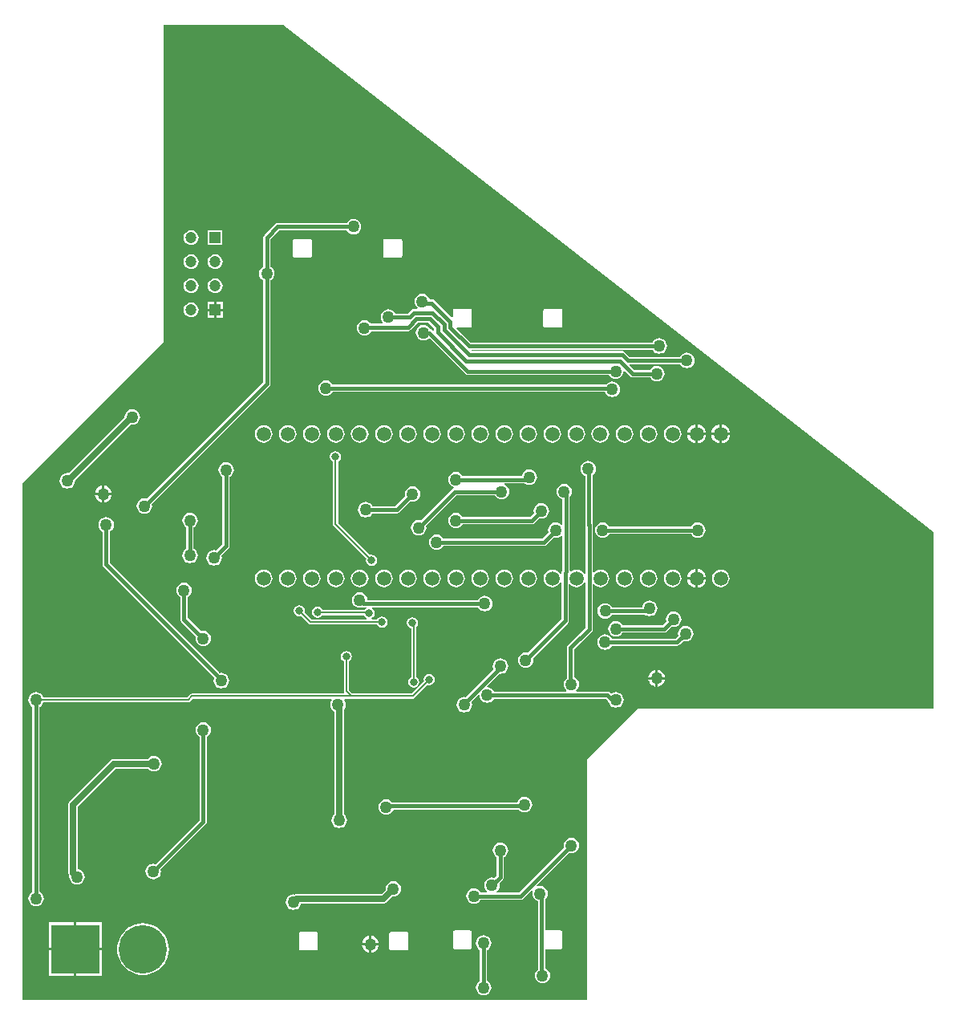
<source format=gbl>
G04*
G04 #@! TF.GenerationSoftware,Altium Limited,Altium Designer,19.1.5 (86)*
G04*
G04 Layer_Physical_Order=2*
G04 Layer_Color=16711680*
%FSLAX44Y44*%
%MOMM*%
G71*
G01*
G75*
%ADD10C,0.2540*%
%ADD89C,0.3998*%
%ADD90C,0.6424*%
%ADD91C,0.1778*%
%ADD92R,1.1620X1.1620*%
%ADD93C,1.2002*%
%ADD94C,5.1000*%
%ADD95R,5.1000X5.1000*%
%ADD96C,1.5000*%
%ADD97C,1.2700*%
%ADD98C,0.7996*%
G36*
X961210Y493420D02*
Y307340D01*
X648790D01*
X595450Y254000D01*
Y0D01*
X0D01*
Y545010D01*
X43000Y588010D01*
X148410Y693420D01*
Y1028700D01*
X275190D01*
X961210Y493420D01*
D02*
G37*
%LPC*%
G36*
X349126Y823662D02*
X347004Y823383D01*
X345027Y822564D01*
X343329Y821261D01*
X342026Y819563D01*
X341923Y819315D01*
X269116D01*
X269116Y819315D01*
X267642Y819022D01*
X266393Y818187D01*
X254963Y806757D01*
X254128Y805508D01*
X253835Y804034D01*
X253835Y804034D01*
Y773137D01*
X253587Y773034D01*
X251889Y771731D01*
X250586Y770033D01*
X249767Y768056D01*
X249488Y765934D01*
X249767Y763812D01*
X250586Y761835D01*
X251889Y760137D01*
X253587Y758834D01*
X253835Y758732D01*
Y651711D01*
X130640Y528516D01*
X130392Y528619D01*
X128270Y528898D01*
X126148Y528619D01*
X124171Y527800D01*
X122473Y526497D01*
X121170Y524799D01*
X120351Y522822D01*
X120072Y520700D01*
X120351Y518578D01*
X121170Y516601D01*
X122473Y514903D01*
X124171Y513600D01*
X126148Y512781D01*
X128270Y512502D01*
X130392Y512781D01*
X132369Y513600D01*
X134067Y514903D01*
X135370Y516601D01*
X136189Y518578D01*
X136468Y520700D01*
X136189Y522822D01*
X136086Y523070D01*
X260409Y647393D01*
X260409Y647393D01*
X261244Y648642D01*
X261537Y650116D01*
Y758732D01*
X261785Y758834D01*
X263483Y760137D01*
X264786Y761835D01*
X265605Y763812D01*
X265884Y765934D01*
X265605Y768056D01*
X264786Y770033D01*
X263483Y771731D01*
X261785Y773034D01*
X261537Y773137D01*
Y802439D01*
X270711Y811613D01*
X341923D01*
X342026Y811365D01*
X343329Y809667D01*
X345027Y808364D01*
X347004Y807545D01*
X349126Y807266D01*
X351248Y807545D01*
X353225Y808364D01*
X354923Y809667D01*
X356226Y811365D01*
X357045Y813342D01*
X357324Y815464D01*
X357045Y817586D01*
X356226Y819563D01*
X354923Y821261D01*
X353225Y822564D01*
X351248Y823383D01*
X349126Y823662D01*
D02*
G37*
G36*
X210788Y811498D02*
X195612D01*
Y796322D01*
X210788D01*
Y811498D01*
D02*
G37*
G36*
X177800Y811756D02*
X175769Y811489D01*
X173877Y810705D01*
X172252Y809458D01*
X171005Y807833D01*
X170222Y805941D01*
X169954Y803910D01*
X170222Y801879D01*
X171005Y799987D01*
X172252Y798362D01*
X173877Y797115D01*
X175769Y796331D01*
X177800Y796064D01*
X179831Y796331D01*
X181723Y797115D01*
X183348Y798362D01*
X184595Y799987D01*
X185379Y801879D01*
X185646Y803910D01*
X185379Y805941D01*
X184595Y807833D01*
X183348Y809458D01*
X181723Y810705D01*
X179831Y811489D01*
X177800Y811756D01*
D02*
G37*
G36*
X398776Y802737D02*
X382276D01*
X381582Y802599D01*
X380994Y802206D01*
X380601Y801618D01*
X380463Y800924D01*
Y784924D01*
X380601Y784231D01*
X380994Y783642D01*
X381582Y783250D01*
X382276Y783111D01*
X398776D01*
X399470Y783250D01*
X400058Y783642D01*
X400451Y784231D01*
X400589Y784924D01*
Y800924D01*
X400451Y801618D01*
X400058Y802206D01*
X399470Y802599D01*
X398776Y802737D01*
D02*
G37*
G36*
X303276D02*
X286776D01*
X286082Y802599D01*
X285494Y802206D01*
X285101Y801618D01*
X284963Y800924D01*
Y784924D01*
X285101Y784231D01*
X285494Y783642D01*
X286082Y783250D01*
X286776Y783111D01*
X303276D01*
X303970Y783250D01*
X304558Y783642D01*
X304951Y784231D01*
X305089Y784924D01*
Y800924D01*
X304951Y801618D01*
X304558Y802206D01*
X303970Y802599D01*
X303276Y802737D01*
D02*
G37*
G36*
X203200Y786356D02*
X201169Y786089D01*
X199277Y785305D01*
X197652Y784058D01*
X196405Y782433D01*
X195621Y780541D01*
X195354Y778510D01*
X195621Y776479D01*
X196405Y774587D01*
X197652Y772962D01*
X199277Y771715D01*
X201169Y770931D01*
X203200Y770664D01*
X205231Y770931D01*
X207123Y771715D01*
X208748Y772962D01*
X209995Y774587D01*
X210779Y776479D01*
X211046Y778510D01*
X210779Y780541D01*
X209995Y782433D01*
X208748Y784058D01*
X207123Y785305D01*
X205231Y786089D01*
X203200Y786356D01*
D02*
G37*
G36*
X177800D02*
X175769Y786089D01*
X173877Y785305D01*
X172252Y784058D01*
X171005Y782433D01*
X170222Y780541D01*
X169954Y778510D01*
X170222Y776479D01*
X171005Y774587D01*
X172252Y772962D01*
X173877Y771715D01*
X175769Y770931D01*
X177800Y770664D01*
X179831Y770931D01*
X181723Y771715D01*
X183348Y772962D01*
X184595Y774587D01*
X185379Y776479D01*
X185646Y778510D01*
X185379Y780541D01*
X184595Y782433D01*
X183348Y784058D01*
X181723Y785305D01*
X179831Y786089D01*
X177800Y786356D01*
D02*
G37*
G36*
X203200Y760956D02*
X201169Y760689D01*
X199277Y759905D01*
X197652Y758658D01*
X196405Y757033D01*
X195621Y755141D01*
X195354Y753110D01*
X195621Y751079D01*
X196405Y749187D01*
X197652Y747562D01*
X199277Y746315D01*
X201169Y745531D01*
X203200Y745264D01*
X205231Y745531D01*
X207123Y746315D01*
X208748Y747562D01*
X209995Y749187D01*
X210779Y751079D01*
X211046Y753110D01*
X210779Y755141D01*
X209995Y757033D01*
X208748Y758658D01*
X207123Y759905D01*
X205231Y760689D01*
X203200Y760956D01*
D02*
G37*
G36*
X177800D02*
X175769Y760689D01*
X173877Y759905D01*
X172252Y758658D01*
X171005Y757033D01*
X170222Y755141D01*
X169954Y753110D01*
X170222Y751079D01*
X171005Y749187D01*
X172252Y747562D01*
X173877Y746315D01*
X175769Y745531D01*
X177800Y745264D01*
X179831Y745531D01*
X181723Y746315D01*
X183348Y747562D01*
X184595Y749187D01*
X185379Y751079D01*
X185646Y753110D01*
X185379Y755141D01*
X184595Y757033D01*
X183348Y758658D01*
X181723Y759905D01*
X179831Y760689D01*
X177800Y760956D01*
D02*
G37*
G36*
X211550Y736060D02*
X204470D01*
Y728980D01*
X211550D01*
Y736060D01*
D02*
G37*
G36*
X201930D02*
X194850D01*
Y728980D01*
X201930D01*
Y736060D01*
D02*
G37*
G36*
X421640Y744798D02*
X419518Y744519D01*
X417541Y743700D01*
X415843Y742397D01*
X414540Y740699D01*
X413721Y738722D01*
X413442Y736600D01*
X413721Y734478D01*
X414540Y732501D01*
X415843Y730803D01*
X416971Y729938D01*
X416539Y728668D01*
X412915D01*
X411441Y728375D01*
X410192Y727540D01*
X410192Y727540D01*
X406593Y723941D01*
X393283D01*
X393180Y724189D01*
X391877Y725887D01*
X390179Y727190D01*
X388202Y728009D01*
X386080Y728288D01*
X383958Y728009D01*
X381981Y727190D01*
X380283Y725887D01*
X378980Y724189D01*
X378161Y722212D01*
X377882Y720090D01*
X378161Y717968D01*
X378980Y715991D01*
X380261Y714322D01*
X380196Y713850D01*
X379925Y713052D01*
X367555D01*
X366477Y714457D01*
X364779Y715760D01*
X362802Y716579D01*
X360680Y716858D01*
X358558Y716579D01*
X356581Y715760D01*
X354883Y714457D01*
X353580Y712759D01*
X352761Y710782D01*
X352482Y708660D01*
X352761Y706538D01*
X353580Y704561D01*
X354883Y702863D01*
X356581Y701560D01*
X358558Y700741D01*
X360680Y700462D01*
X362802Y700741D01*
X364779Y701560D01*
X366477Y702863D01*
X367780Y704561D01*
X368107Y705350D01*
X406545D01*
X406545Y705350D01*
X408019Y705643D01*
X409268Y706478D01*
X417218Y714428D01*
X428365D01*
X434344Y708449D01*
Y705554D01*
X433171Y705068D01*
X431936Y706303D01*
X430686Y707138D01*
X430193Y707236D01*
X430010Y707679D01*
X428707Y709377D01*
X427009Y710680D01*
X425032Y711499D01*
X422910Y711778D01*
X420788Y711499D01*
X418811Y710680D01*
X417113Y709377D01*
X415810Y707679D01*
X414991Y705702D01*
X414712Y703580D01*
X414991Y701458D01*
X415810Y699481D01*
X417113Y697783D01*
X418811Y696480D01*
X420788Y695661D01*
X422910Y695382D01*
X425032Y695661D01*
X427009Y696480D01*
X428707Y697783D01*
X429511Y697836D01*
X467129Y660217D01*
X467129Y660217D01*
X468379Y659382D01*
X469852Y659089D01*
X618589D01*
X618692Y658841D01*
X619995Y657143D01*
X621692Y655840D01*
X623670Y655021D01*
X625792Y654742D01*
X627913Y655021D01*
X629891Y655840D01*
X631588Y657143D01*
X632891Y658841D01*
X633710Y660818D01*
X633985Y662904D01*
X634364Y663192D01*
X635120Y663564D01*
X641008Y657677D01*
X641008Y657677D01*
X642257Y656842D01*
X643731Y656549D01*
X662087D01*
X662190Y656301D01*
X663493Y654603D01*
X665191Y653300D01*
X667168Y652481D01*
X669290Y652202D01*
X671412Y652481D01*
X673389Y653300D01*
X675087Y654603D01*
X676390Y656301D01*
X677209Y658278D01*
X677488Y660400D01*
X677209Y662522D01*
X676390Y664499D01*
X675087Y666197D01*
X673389Y667500D01*
X671412Y668319D01*
X669290Y668598D01*
X667168Y668319D01*
X665191Y667500D01*
X663493Y666197D01*
X662190Y664499D01*
X662087Y664251D01*
X645326D01*
X640231Y669346D01*
X640717Y670519D01*
X693838D01*
X693940Y670271D01*
X695243Y668573D01*
X696941Y667270D01*
X698918Y666451D01*
X701040Y666172D01*
X703162Y666451D01*
X705139Y667270D01*
X706837Y668573D01*
X708140Y670271D01*
X708959Y672248D01*
X709238Y674370D01*
X708959Y676492D01*
X708140Y678469D01*
X706837Y680167D01*
X705139Y681470D01*
X703162Y682289D01*
X701040Y682568D01*
X698918Y682289D01*
X696941Y681470D01*
X695243Y680167D01*
X693940Y678469D01*
X693838Y678221D01*
X640602D01*
X635733Y683090D01*
X634484Y683925D01*
X633010Y684218D01*
X633010Y684218D01*
X473367D01*
X473186Y684489D01*
X473865Y685759D01*
X664628D01*
X664730Y685511D01*
X666033Y683813D01*
X667731Y682510D01*
X669708Y681691D01*
X671830Y681412D01*
X673952Y681691D01*
X675929Y682510D01*
X677627Y683813D01*
X678930Y685511D01*
X679749Y687488D01*
X680028Y689610D01*
X679749Y691732D01*
X678930Y693709D01*
X677627Y695407D01*
X675929Y696710D01*
X673952Y697529D01*
X671830Y697808D01*
X669708Y697529D01*
X667731Y696710D01*
X666033Y695407D01*
X664730Y693709D01*
X664628Y693461D01*
X472516D01*
X457823Y708154D01*
X458309Y709327D01*
X472310D01*
X473003Y709465D01*
X473592Y709858D01*
X473984Y710446D01*
X474123Y711140D01*
Y727140D01*
X473984Y727834D01*
X473592Y728422D01*
X473003Y728815D01*
X472310Y728953D01*
X455810D01*
X455116Y728815D01*
X454528Y728422D01*
X454135Y727834D01*
X453997Y727140D01*
Y719977D01*
X452727Y719451D01*
X434520Y737658D01*
X433270Y738493D01*
X431796Y738786D01*
X431796Y738786D01*
X429532D01*
X428740Y740699D01*
X427437Y742397D01*
X425739Y743700D01*
X423762Y744519D01*
X421640Y744798D01*
D02*
G37*
G36*
X177800Y735556D02*
X175769Y735289D01*
X173877Y734505D01*
X172252Y733258D01*
X171005Y731633D01*
X170222Y729741D01*
X169954Y727710D01*
X170222Y725679D01*
X171005Y723787D01*
X172252Y722162D01*
X173877Y720915D01*
X175769Y720132D01*
X177800Y719864D01*
X179831Y720132D01*
X181723Y720915D01*
X183348Y722162D01*
X184595Y723787D01*
X185379Y725679D01*
X185646Y727710D01*
X185379Y729741D01*
X184595Y731633D01*
X183348Y733258D01*
X181723Y734505D01*
X179831Y735289D01*
X177800Y735556D01*
D02*
G37*
G36*
X211550Y726440D02*
X204470D01*
Y719360D01*
X211550D01*
Y726440D01*
D02*
G37*
G36*
X201930D02*
X194850D01*
Y719360D01*
X201930D01*
Y726440D01*
D02*
G37*
G36*
X567810Y728953D02*
X551310D01*
X550616Y728815D01*
X550028Y728422D01*
X549635Y727834D01*
X549497Y727140D01*
Y711140D01*
X549635Y710446D01*
X550028Y709858D01*
X550616Y709465D01*
X551310Y709327D01*
X567810D01*
X568503Y709465D01*
X569091Y709858D01*
X569484Y710446D01*
X569622Y711140D01*
Y727140D01*
X569484Y727834D01*
X569091Y728422D01*
X568503Y728815D01*
X567810Y728953D01*
D02*
G37*
G36*
X320040Y653358D02*
X317918Y653079D01*
X315941Y652260D01*
X314243Y650957D01*
X312940Y649259D01*
X312121Y647282D01*
X311842Y645160D01*
X312121Y643038D01*
X312940Y641061D01*
X314243Y639363D01*
X315941Y638060D01*
X317918Y637241D01*
X320040Y636962D01*
X322162Y637241D01*
X324139Y638060D01*
X325837Y639363D01*
X327140Y641061D01*
X327243Y641309D01*
X614571D01*
X615200Y639791D01*
X616503Y638093D01*
X618201Y636790D01*
X620178Y635971D01*
X622300Y635692D01*
X624422Y635971D01*
X626399Y636790D01*
X628097Y638093D01*
X629400Y639791D01*
X630219Y641768D01*
X630498Y643890D01*
X630219Y646012D01*
X629400Y647989D01*
X628097Y649687D01*
X626399Y650990D01*
X624422Y651809D01*
X622300Y652088D01*
X620178Y651809D01*
X618201Y650990D01*
X616503Y649687D01*
X615984Y649011D01*
X327243D01*
X327140Y649259D01*
X325837Y650957D01*
X324139Y652260D01*
X322162Y653079D01*
X320040Y653358D01*
D02*
G37*
G36*
X115570Y622878D02*
X113448Y622599D01*
X111471Y621780D01*
X109773Y620477D01*
X108470Y618779D01*
X107651Y616802D01*
X107372Y614680D01*
X107415Y614355D01*
X48437Y555378D01*
X46990Y555568D01*
X44868Y555289D01*
X42891Y554470D01*
X41193Y553167D01*
X39890Y551469D01*
X39071Y549492D01*
X38792Y547370D01*
X39071Y545248D01*
X39890Y543271D01*
X41193Y541573D01*
X42891Y540270D01*
X44868Y539451D01*
X46990Y539172D01*
X49112Y539451D01*
X51089Y540270D01*
X52787Y541573D01*
X54090Y543271D01*
X54909Y545248D01*
X55188Y547370D01*
X55145Y547695D01*
X114123Y606672D01*
X115570Y606482D01*
X117692Y606761D01*
X119669Y607580D01*
X121367Y608883D01*
X122670Y610581D01*
X123489Y612558D01*
X123768Y614680D01*
X123489Y616802D01*
X122670Y618779D01*
X121367Y620477D01*
X119669Y621780D01*
X117692Y622599D01*
X115570Y622878D01*
D02*
G37*
G36*
X738163Y606860D02*
Y598170D01*
X746852D01*
X746674Y599521D01*
X745663Y601963D01*
X744053Y604061D01*
X741956Y605670D01*
X739514Y606682D01*
X738163Y606860D01*
D02*
G37*
G36*
X712763D02*
Y598170D01*
X721452D01*
X721274Y599521D01*
X720263Y601963D01*
X718653Y604061D01*
X716556Y605670D01*
X714114Y606682D01*
X712763Y606860D01*
D02*
G37*
G36*
X735623D02*
X734272Y606682D01*
X731829Y605670D01*
X729732Y604061D01*
X728123Y601963D01*
X727111Y599521D01*
X726933Y598170D01*
X735623D01*
Y606860D01*
D02*
G37*
G36*
X710223D02*
X708872Y606682D01*
X706429Y605670D01*
X704332Y604061D01*
X702723Y601963D01*
X701711Y599521D01*
X701533Y598170D01*
X710223D01*
Y606860D01*
D02*
G37*
G36*
X686093Y606258D02*
X683671Y605939D01*
X681414Y605004D01*
X679475Y603517D01*
X677988Y601579D01*
X677054Y599322D01*
X676735Y596900D01*
X677054Y594478D01*
X677988Y592221D01*
X679475Y590283D01*
X681414Y588796D01*
X683671Y587861D01*
X686093Y587542D01*
X688515Y587861D01*
X690772Y588796D01*
X692710Y590283D01*
X694197Y592221D01*
X695132Y594478D01*
X695451Y596900D01*
X695132Y599322D01*
X694197Y601579D01*
X692710Y603517D01*
X690772Y605004D01*
X688515Y605939D01*
X686093Y606258D01*
D02*
G37*
G36*
X660693D02*
X658271Y605939D01*
X656014Y605004D01*
X654075Y603517D01*
X652588Y601579D01*
X651654Y599322D01*
X651335Y596900D01*
X651654Y594478D01*
X652588Y592221D01*
X654075Y590283D01*
X656014Y588796D01*
X658271Y587861D01*
X660693Y587542D01*
X663115Y587861D01*
X665372Y588796D01*
X667310Y590283D01*
X668797Y592221D01*
X669732Y594478D01*
X670051Y596900D01*
X669732Y599322D01*
X668797Y601579D01*
X667310Y603517D01*
X665372Y605004D01*
X663115Y605939D01*
X660693Y606258D01*
D02*
G37*
G36*
X635293D02*
X632871Y605939D01*
X630614Y605004D01*
X628675Y603517D01*
X627188Y601579D01*
X626254Y599322D01*
X625935Y596900D01*
X626254Y594478D01*
X627188Y592221D01*
X628675Y590283D01*
X630614Y588796D01*
X632871Y587861D01*
X635293Y587542D01*
X637715Y587861D01*
X639972Y588796D01*
X641910Y590283D01*
X643397Y592221D01*
X644332Y594478D01*
X644651Y596900D01*
X644332Y599322D01*
X643397Y601579D01*
X641910Y603517D01*
X639972Y605004D01*
X637715Y605939D01*
X635293Y606258D01*
D02*
G37*
G36*
X609693D02*
X607271Y605939D01*
X605014Y605004D01*
X603075Y603517D01*
X601588Y601579D01*
X600653Y599322D01*
X600335Y596900D01*
X600653Y594478D01*
X601588Y592221D01*
X603075Y590283D01*
X605014Y588796D01*
X607271Y587861D01*
X609693Y587542D01*
X612115Y587861D01*
X614372Y588796D01*
X616310Y590283D01*
X617797Y592221D01*
X618732Y594478D01*
X619051Y596900D01*
X618732Y599322D01*
X617797Y601579D01*
X616310Y603517D01*
X614372Y605004D01*
X612115Y605939D01*
X609693Y606258D01*
D02*
G37*
G36*
X584493D02*
X582071Y605939D01*
X579814Y605004D01*
X577876Y603517D01*
X576388Y601579D01*
X575453Y599322D01*
X575135Y596900D01*
X575453Y594478D01*
X576388Y592221D01*
X577876Y590283D01*
X579814Y588796D01*
X582071Y587861D01*
X584493Y587542D01*
X586915Y587861D01*
X589172Y588796D01*
X591110Y590283D01*
X592597Y592221D01*
X593532Y594478D01*
X593851Y596900D01*
X593532Y599322D01*
X592597Y601579D01*
X591110Y603517D01*
X589172Y605004D01*
X586915Y605939D01*
X584493Y606258D01*
D02*
G37*
G36*
X559093D02*
X556671Y605939D01*
X554414Y605004D01*
X552476Y603517D01*
X550988Y601579D01*
X550053Y599322D01*
X549735Y596900D01*
X550053Y594478D01*
X550988Y592221D01*
X552476Y590283D01*
X554414Y588796D01*
X556671Y587861D01*
X559093Y587542D01*
X561515Y587861D01*
X563772Y588796D01*
X565710Y590283D01*
X567197Y592221D01*
X568132Y594478D01*
X568451Y596900D01*
X568132Y599322D01*
X567197Y601579D01*
X565710Y603517D01*
X563772Y605004D01*
X561515Y605939D01*
X559093Y606258D01*
D02*
G37*
G36*
X533693D02*
X531271Y605939D01*
X529014Y605004D01*
X527076Y603517D01*
X525588Y601579D01*
X524654Y599322D01*
X524335Y596900D01*
X524654Y594478D01*
X525588Y592221D01*
X527076Y590283D01*
X529014Y588796D01*
X531271Y587861D01*
X533693Y587542D01*
X536115Y587861D01*
X538372Y588796D01*
X540310Y590283D01*
X541797Y592221D01*
X542732Y594478D01*
X543051Y596900D01*
X542732Y599322D01*
X541797Y601579D01*
X540310Y603517D01*
X538372Y605004D01*
X536115Y605939D01*
X533693Y606258D01*
D02*
G37*
G36*
X508293D02*
X505871Y605939D01*
X503614Y605004D01*
X501675Y603517D01*
X500188Y601579D01*
X499254Y599322D01*
X498935Y596900D01*
X499254Y594478D01*
X500188Y592221D01*
X501675Y590283D01*
X503614Y588796D01*
X505871Y587861D01*
X508293Y587542D01*
X510715Y587861D01*
X512972Y588796D01*
X514910Y590283D01*
X516397Y592221D01*
X517332Y594478D01*
X517651Y596900D01*
X517332Y599322D01*
X516397Y601579D01*
X514910Y603517D01*
X512972Y605004D01*
X510715Y605939D01*
X508293Y606258D01*
D02*
G37*
G36*
X482893D02*
X480471Y605939D01*
X478214Y605004D01*
X476275Y603517D01*
X474788Y601579D01*
X473853Y599322D01*
X473535Y596900D01*
X473853Y594478D01*
X474788Y592221D01*
X476275Y590283D01*
X478214Y588796D01*
X480471Y587861D01*
X482893Y587542D01*
X485315Y587861D01*
X487572Y588796D01*
X489510Y590283D01*
X490997Y592221D01*
X491932Y594478D01*
X492251Y596900D01*
X491932Y599322D01*
X490997Y601579D01*
X489510Y603517D01*
X487572Y605004D01*
X485315Y605939D01*
X482893Y606258D01*
D02*
G37*
G36*
X457493D02*
X455071Y605939D01*
X452814Y605004D01*
X450876Y603517D01*
X449388Y601579D01*
X448453Y599322D01*
X448135Y596900D01*
X448453Y594478D01*
X449388Y592221D01*
X450876Y590283D01*
X452814Y588796D01*
X455071Y587861D01*
X457493Y587542D01*
X459915Y587861D01*
X462172Y588796D01*
X464110Y590283D01*
X465597Y592221D01*
X466532Y594478D01*
X466851Y596900D01*
X466532Y599322D01*
X465597Y601579D01*
X464110Y603517D01*
X462172Y605004D01*
X459915Y605939D01*
X457493Y606258D01*
D02*
G37*
G36*
X432093D02*
X429671Y605939D01*
X427414Y605004D01*
X425476Y603517D01*
X423988Y601579D01*
X423054Y599322D01*
X422735Y596900D01*
X423054Y594478D01*
X423988Y592221D01*
X425476Y590283D01*
X427414Y588796D01*
X429671Y587861D01*
X432093Y587542D01*
X434515Y587861D01*
X436772Y588796D01*
X438710Y590283D01*
X440197Y592221D01*
X441132Y594478D01*
X441451Y596900D01*
X441132Y599322D01*
X440197Y601579D01*
X438710Y603517D01*
X436772Y605004D01*
X434515Y605939D01*
X432093Y606258D01*
D02*
G37*
G36*
X406693D02*
X404271Y605939D01*
X402014Y605004D01*
X400075Y603517D01*
X398588Y601579D01*
X397654Y599322D01*
X397335Y596900D01*
X397654Y594478D01*
X398588Y592221D01*
X400075Y590283D01*
X402014Y588796D01*
X404271Y587861D01*
X406693Y587542D01*
X409115Y587861D01*
X411372Y588796D01*
X413310Y590283D01*
X414797Y592221D01*
X415732Y594478D01*
X416051Y596900D01*
X415732Y599322D01*
X414797Y601579D01*
X413310Y603517D01*
X411372Y605004D01*
X409115Y605939D01*
X406693Y606258D01*
D02*
G37*
G36*
X381293D02*
X378871Y605939D01*
X376614Y605004D01*
X374675Y603517D01*
X373188Y601579D01*
X372253Y599322D01*
X371935Y596900D01*
X372253Y594478D01*
X373188Y592221D01*
X374675Y590283D01*
X376614Y588796D01*
X378871Y587861D01*
X381293Y587542D01*
X383715Y587861D01*
X385972Y588796D01*
X387910Y590283D01*
X389397Y592221D01*
X390332Y594478D01*
X390651Y596900D01*
X390332Y599322D01*
X389397Y601579D01*
X387910Y603517D01*
X385972Y605004D01*
X383715Y605939D01*
X381293Y606258D01*
D02*
G37*
G36*
X355693D02*
X353271Y605939D01*
X351014Y605004D01*
X349076Y603517D01*
X347588Y601579D01*
X346654Y599322D01*
X346335Y596900D01*
X346654Y594478D01*
X347588Y592221D01*
X349076Y590283D01*
X351014Y588796D01*
X353271Y587861D01*
X355693Y587542D01*
X358115Y587861D01*
X360372Y588796D01*
X362310Y590283D01*
X363797Y592221D01*
X364732Y594478D01*
X365051Y596900D01*
X364732Y599322D01*
X363797Y601579D01*
X362310Y603517D01*
X360372Y605004D01*
X358115Y605939D01*
X355693Y606258D01*
D02*
G37*
G36*
X330493D02*
X328071Y605939D01*
X325814Y605004D01*
X323876Y603517D01*
X322388Y601579D01*
X321454Y599322D01*
X321135Y596900D01*
X321454Y594478D01*
X322388Y592221D01*
X323876Y590283D01*
X325814Y588796D01*
X328071Y587861D01*
X330493Y587542D01*
X332915Y587861D01*
X335172Y588796D01*
X337110Y590283D01*
X338597Y592221D01*
X339532Y594478D01*
X339851Y596900D01*
X339532Y599322D01*
X338597Y601579D01*
X337110Y603517D01*
X335172Y605004D01*
X332915Y605939D01*
X330493Y606258D01*
D02*
G37*
G36*
X305093D02*
X302671Y605939D01*
X300414Y605004D01*
X298475Y603517D01*
X296988Y601579D01*
X296054Y599322D01*
X295735Y596900D01*
X296054Y594478D01*
X296988Y592221D01*
X298475Y590283D01*
X300414Y588796D01*
X302671Y587861D01*
X305093Y587542D01*
X307515Y587861D01*
X309772Y588796D01*
X311710Y590283D01*
X313197Y592221D01*
X314132Y594478D01*
X314451Y596900D01*
X314132Y599322D01*
X313197Y601579D01*
X311710Y603517D01*
X309772Y605004D01*
X307515Y605939D01*
X305093Y606258D01*
D02*
G37*
G36*
X279693D02*
X277271Y605939D01*
X275014Y605004D01*
X273076Y603517D01*
X271588Y601579D01*
X270653Y599322D01*
X270335Y596900D01*
X270653Y594478D01*
X271588Y592221D01*
X273076Y590283D01*
X275014Y588796D01*
X277271Y587861D01*
X279693Y587542D01*
X282115Y587861D01*
X284372Y588796D01*
X286310Y590283D01*
X287797Y592221D01*
X288732Y594478D01*
X289051Y596900D01*
X288732Y599322D01*
X287797Y601579D01*
X286310Y603517D01*
X284372Y605004D01*
X282115Y605939D01*
X279693Y606258D01*
D02*
G37*
G36*
X254293D02*
X251871Y605939D01*
X249614Y605004D01*
X247675Y603517D01*
X246188Y601579D01*
X245254Y599322D01*
X244935Y596900D01*
X245254Y594478D01*
X246188Y592221D01*
X247675Y590283D01*
X249614Y588796D01*
X251871Y587861D01*
X254293Y587542D01*
X256715Y587861D01*
X258972Y588796D01*
X260910Y590283D01*
X262397Y592221D01*
X263332Y594478D01*
X263651Y596900D01*
X263332Y599322D01*
X262397Y601579D01*
X260910Y603517D01*
X258972Y605004D01*
X256715Y605939D01*
X254293Y606258D01*
D02*
G37*
G36*
X721452Y595630D02*
X712763D01*
Y586941D01*
X714114Y587118D01*
X716556Y588130D01*
X718653Y589739D01*
X720263Y591837D01*
X721274Y594279D01*
X721452Y595630D01*
D02*
G37*
G36*
X746852D02*
X738163D01*
Y586941D01*
X739514Y587118D01*
X741956Y588130D01*
X744053Y589739D01*
X745663Y591837D01*
X746674Y594279D01*
X746852Y595630D01*
D02*
G37*
G36*
X735623D02*
X726933D01*
X727111Y594279D01*
X728123Y591837D01*
X729732Y589739D01*
X731829Y588130D01*
X734272Y587118D01*
X735623Y586941D01*
Y595630D01*
D02*
G37*
G36*
X710223D02*
X701533D01*
X701711Y594279D01*
X702723Y591837D01*
X704332Y589739D01*
X706429Y588130D01*
X708872Y587118D01*
X710223Y586941D01*
Y595630D01*
D02*
G37*
G36*
X534670Y559378D02*
X532548Y559099D01*
X530571Y558280D01*
X528873Y556977D01*
X527570Y555279D01*
X526751Y553302D01*
X526645Y552491D01*
X464403D01*
X464300Y552739D01*
X462997Y554437D01*
X461299Y555740D01*
X459322Y556559D01*
X457200Y556838D01*
X455078Y556559D01*
X453101Y555740D01*
X451403Y554437D01*
X450100Y552739D01*
X449281Y550762D01*
X449002Y548640D01*
X449281Y546518D01*
X450100Y544541D01*
X451403Y542843D01*
X453101Y541540D01*
X454760Y540853D01*
X454708Y539548D01*
X454456Y539498D01*
X453207Y538663D01*
X453207Y538663D01*
X420200Y505656D01*
X419952Y505759D01*
X417830Y506038D01*
X415708Y505759D01*
X413731Y504940D01*
X412033Y503637D01*
X410730Y501939D01*
X409911Y499962D01*
X409632Y497840D01*
X409911Y495718D01*
X410730Y493741D01*
X412033Y492043D01*
X413731Y490740D01*
X415708Y489921D01*
X417830Y489642D01*
X419952Y489921D01*
X421929Y490740D01*
X423627Y492043D01*
X424930Y493741D01*
X425749Y495718D01*
X426028Y497840D01*
X425749Y499962D01*
X425646Y500210D01*
X457525Y532089D01*
X498257D01*
X498360Y531841D01*
X499663Y530143D01*
X501361Y528840D01*
X503338Y528021D01*
X505460Y527742D01*
X507582Y528021D01*
X509559Y528840D01*
X511257Y530143D01*
X512560Y531841D01*
X513379Y533818D01*
X513658Y535940D01*
X513379Y538062D01*
X512560Y540039D01*
X511257Y541737D01*
X509559Y543040D01*
X508402Y543519D01*
X508655Y544789D01*
X529647D01*
X530571Y544080D01*
X532548Y543261D01*
X534670Y542982D01*
X536792Y543261D01*
X538769Y544080D01*
X540467Y545383D01*
X541770Y547081D01*
X542589Y549058D01*
X542868Y551180D01*
X542589Y553302D01*
X541770Y555279D01*
X540467Y556977D01*
X538769Y558280D01*
X536792Y559099D01*
X534670Y559378D01*
D02*
G37*
G36*
X86360Y542200D02*
Y534670D01*
X93890D01*
X93751Y535721D01*
X92855Y537883D01*
X91430Y539740D01*
X89573Y541165D01*
X87411Y542061D01*
X86360Y542200D01*
D02*
G37*
G36*
X83820D02*
X82769Y542061D01*
X80607Y541165D01*
X78750Y539740D01*
X77325Y537883D01*
X76429Y535721D01*
X76290Y534670D01*
X83820D01*
Y542200D01*
D02*
G37*
G36*
X411480Y541598D02*
X409358Y541319D01*
X407381Y540500D01*
X405683Y539197D01*
X404380Y537499D01*
X403561Y535522D01*
X403282Y533400D01*
X403561Y531278D01*
X403664Y531030D01*
X393375Y520741D01*
X369153D01*
X369050Y520989D01*
X367747Y522687D01*
X366049Y523990D01*
X364072Y524809D01*
X361950Y525088D01*
X359828Y524809D01*
X357851Y523990D01*
X356153Y522687D01*
X354850Y520989D01*
X354031Y519012D01*
X353752Y516890D01*
X354031Y514768D01*
X354850Y512791D01*
X356153Y511093D01*
X357851Y509790D01*
X359828Y508971D01*
X361950Y508692D01*
X364072Y508971D01*
X366049Y509790D01*
X367747Y511093D01*
X369050Y512791D01*
X369153Y513039D01*
X394970D01*
X394970Y513039D01*
X396444Y513332D01*
X397693Y514167D01*
X409110Y525584D01*
X409358Y525481D01*
X411480Y525202D01*
X413602Y525481D01*
X415579Y526300D01*
X417277Y527603D01*
X418580Y529301D01*
X419399Y531278D01*
X419678Y533400D01*
X419399Y535522D01*
X418580Y537499D01*
X417277Y539197D01*
X415579Y540500D01*
X413602Y541319D01*
X411480Y541598D01*
D02*
G37*
G36*
X93890Y532130D02*
X86360D01*
Y524600D01*
X87411Y524739D01*
X89573Y525635D01*
X91430Y527060D01*
X92855Y528917D01*
X93751Y531079D01*
X93890Y532130D01*
D02*
G37*
G36*
X83820D02*
X76290D01*
X76429Y531079D01*
X77325Y528917D01*
X78750Y527060D01*
X80607Y525635D01*
X82769Y524739D01*
X83820Y524600D01*
Y532130D01*
D02*
G37*
G36*
X547370Y523818D02*
X545248Y523539D01*
X543271Y522720D01*
X541573Y521417D01*
X540270Y519719D01*
X539451Y517742D01*
X539172Y515620D01*
X539451Y513498D01*
X539554Y513250D01*
X535615Y509311D01*
X464403D01*
X464300Y509559D01*
X462997Y511257D01*
X461299Y512560D01*
X459322Y513379D01*
X457200Y513658D01*
X455078Y513379D01*
X453101Y512560D01*
X451403Y511257D01*
X450100Y509559D01*
X449281Y507582D01*
X449002Y505460D01*
X449281Y503338D01*
X450100Y501361D01*
X451403Y499663D01*
X453101Y498360D01*
X455078Y497541D01*
X457200Y497262D01*
X459322Y497541D01*
X461299Y498360D01*
X462997Y499663D01*
X464300Y501361D01*
X464403Y501609D01*
X537210D01*
X537210Y501609D01*
X538684Y501902D01*
X539933Y502737D01*
X545000Y507804D01*
X545248Y507701D01*
X547370Y507422D01*
X549492Y507701D01*
X551469Y508520D01*
X553167Y509823D01*
X554470Y511521D01*
X555289Y513498D01*
X555568Y515620D01*
X555289Y517742D01*
X554470Y519719D01*
X553167Y521417D01*
X551469Y522720D01*
X549492Y523539D01*
X547370Y523818D01*
D02*
G37*
G36*
X712470Y503498D02*
X710348Y503219D01*
X708371Y502400D01*
X706673Y501097D01*
X705370Y499399D01*
X705267Y499151D01*
X619343D01*
X619240Y499399D01*
X617937Y501097D01*
X616239Y502400D01*
X614262Y503219D01*
X612140Y503498D01*
X610018Y503219D01*
X608041Y502400D01*
X606343Y501097D01*
X605040Y499399D01*
X604221Y497422D01*
X603942Y495300D01*
X604221Y493178D01*
X605040Y491201D01*
X606343Y489503D01*
X608041Y488200D01*
X610018Y487381D01*
X612140Y487102D01*
X614262Y487381D01*
X616239Y488200D01*
X617937Y489503D01*
X619240Y491201D01*
X619343Y491449D01*
X705267D01*
X705370Y491201D01*
X706673Y489503D01*
X708371Y488200D01*
X710348Y487381D01*
X712470Y487102D01*
X714592Y487381D01*
X716569Y488200D01*
X718267Y489503D01*
X719570Y491201D01*
X720389Y493178D01*
X720668Y495300D01*
X720389Y497422D01*
X719570Y499399D01*
X718267Y501097D01*
X716569Y502400D01*
X714592Y503219D01*
X712470Y503498D01*
D02*
G37*
G36*
X214630Y566998D02*
X212508Y566719D01*
X210531Y565900D01*
X208833Y564597D01*
X207530Y562899D01*
X206711Y560922D01*
X206432Y558800D01*
X206711Y556678D01*
X207530Y554701D01*
X208833Y553003D01*
X210531Y551700D01*
X210779Y551598D01*
Y480385D01*
X204300Y473906D01*
X204052Y474009D01*
X201930Y474288D01*
X199808Y474009D01*
X197831Y473190D01*
X196133Y471887D01*
X194830Y470189D01*
X194011Y468212D01*
X193732Y466090D01*
X194011Y463968D01*
X194830Y461991D01*
X196133Y460293D01*
X197831Y458990D01*
X199808Y458171D01*
X201930Y457892D01*
X204052Y458171D01*
X206029Y458990D01*
X207727Y460293D01*
X209030Y461991D01*
X209849Y463968D01*
X210128Y466090D01*
X209849Y468212D01*
X209746Y468460D01*
X217353Y476067D01*
X217353Y476067D01*
X218188Y477316D01*
X218481Y478790D01*
X218481Y478790D01*
Y551598D01*
X218729Y551700D01*
X220427Y553003D01*
X221730Y554701D01*
X222549Y556678D01*
X222828Y558800D01*
X222549Y560922D01*
X221730Y562899D01*
X220427Y564597D01*
X218729Y565900D01*
X216752Y566719D01*
X214630Y566998D01*
D02*
G37*
G36*
X176530Y513658D02*
X174408Y513379D01*
X172431Y512560D01*
X170733Y511257D01*
X169430Y509559D01*
X168611Y507582D01*
X168332Y505460D01*
X168611Y503338D01*
X169430Y501361D01*
X170733Y499663D01*
X172431Y498360D01*
X172679Y498257D01*
Y475833D01*
X172431Y475730D01*
X170733Y474427D01*
X169430Y472729D01*
X168611Y470752D01*
X168332Y468630D01*
X168611Y466508D01*
X169430Y464531D01*
X170733Y462833D01*
X172431Y461530D01*
X174408Y460711D01*
X176530Y460432D01*
X178652Y460711D01*
X180629Y461530D01*
X182327Y462833D01*
X183630Y464531D01*
X184449Y466508D01*
X184728Y468630D01*
X184449Y470752D01*
X183630Y472729D01*
X182327Y474427D01*
X180629Y475730D01*
X180381Y475833D01*
Y498257D01*
X180629Y498360D01*
X182327Y499663D01*
X183630Y501361D01*
X184449Y503338D01*
X184728Y505460D01*
X184449Y507582D01*
X183630Y509559D01*
X182327Y511257D01*
X180629Y512560D01*
X178652Y513379D01*
X176530Y513658D01*
D02*
G37*
G36*
X330200Y578659D02*
X327946Y578211D01*
X326036Y576934D01*
X324759Y575024D01*
X324311Y572770D01*
X324759Y570516D01*
X326036Y568606D01*
X327481Y567640D01*
Y501650D01*
X327688Y500610D01*
X328277Y499727D01*
X362750Y465255D01*
X362411Y463550D01*
X362859Y461296D01*
X364136Y459386D01*
X366046Y458109D01*
X368300Y457661D01*
X370554Y458109D01*
X372464Y459386D01*
X373741Y461296D01*
X374189Y463550D01*
X373741Y465804D01*
X372464Y467714D01*
X370554Y468991D01*
X368300Y469439D01*
X366596Y469100D01*
X332919Y502776D01*
Y567640D01*
X334364Y568606D01*
X335641Y570516D01*
X336089Y572770D01*
X335641Y575024D01*
X334364Y576934D01*
X332454Y578211D01*
X330200Y578659D01*
D02*
G37*
G36*
X596900Y568268D02*
X594778Y567989D01*
X592801Y567170D01*
X591103Y565867D01*
X589800Y564169D01*
X588981Y562192D01*
X588702Y560070D01*
X588981Y557948D01*
X589800Y555971D01*
X591103Y554273D01*
X592801Y552970D01*
X593684Y552604D01*
Y501015D01*
X593684Y501015D01*
X593977Y499541D01*
X594003Y499503D01*
Y449104D01*
X592733Y448851D01*
X592597Y449179D01*
X591110Y451117D01*
X589172Y452604D01*
X586915Y453539D01*
X584493Y453858D01*
X582071Y453539D01*
X579814Y452604D01*
X578620Y451688D01*
X577350Y452315D01*
Y530212D01*
X578600Y531841D01*
X579419Y533818D01*
X579698Y535940D01*
X579419Y538062D01*
X578600Y540039D01*
X577297Y541737D01*
X575599Y543040D01*
X573622Y543859D01*
X571500Y544138D01*
X569378Y543859D01*
X567401Y543040D01*
X565703Y541737D01*
X564400Y540039D01*
X563581Y538062D01*
X563302Y535940D01*
X563581Y533818D01*
X564400Y531841D01*
X565703Y530143D01*
X567401Y528840D01*
X569378Y528021D01*
X569648Y527986D01*
Y501455D01*
X568850Y501184D01*
X568378Y501119D01*
X566709Y502400D01*
X564732Y503219D01*
X562610Y503498D01*
X560488Y503219D01*
X558511Y502400D01*
X556813Y501097D01*
X555510Y499399D01*
X554691Y497422D01*
X554412Y495300D01*
X554691Y493178D01*
X554794Y492930D01*
X548315Y486451D01*
X444083D01*
X443980Y486699D01*
X442677Y488397D01*
X440979Y489700D01*
X439002Y490519D01*
X436880Y490798D01*
X434758Y490519D01*
X432781Y489700D01*
X431083Y488397D01*
X429780Y486699D01*
X428961Y484722D01*
X428682Y482600D01*
X428961Y480478D01*
X429780Y478501D01*
X431083Y476803D01*
X432781Y475500D01*
X434758Y474681D01*
X436880Y474402D01*
X439002Y474681D01*
X440979Y475500D01*
X442677Y476803D01*
X443980Y478501D01*
X444083Y478749D01*
X549910D01*
X549910Y478749D01*
X551384Y479042D01*
X552633Y479877D01*
X560240Y487484D01*
X560488Y487381D01*
X562610Y487102D01*
X564732Y487381D01*
X566709Y488200D01*
X568378Y489481D01*
X568850Y489416D01*
X569648Y489145D01*
Y453026D01*
X568896Y451900D01*
X568603Y450427D01*
X568603Y450427D01*
Y449104D01*
X567333Y448851D01*
X567197Y449179D01*
X565710Y451117D01*
X563772Y452604D01*
X561515Y453539D01*
X559093Y453858D01*
X556671Y453539D01*
X554414Y452604D01*
X552476Y451117D01*
X550988Y449179D01*
X550053Y446922D01*
X549735Y444500D01*
X550053Y442078D01*
X550988Y439821D01*
X552476Y437883D01*
X554414Y436396D01*
X556671Y435461D01*
X559093Y435142D01*
X561515Y435461D01*
X563772Y436396D01*
X565710Y437883D01*
X567197Y439821D01*
X567333Y440149D01*
X568603Y439896D01*
Y401329D01*
X533230Y365956D01*
X532982Y366059D01*
X530860Y366338D01*
X528738Y366059D01*
X526761Y365240D01*
X525063Y363937D01*
X523760Y362239D01*
X522941Y360262D01*
X522662Y358140D01*
X522941Y356018D01*
X523760Y354041D01*
X525063Y352343D01*
X526761Y351040D01*
X528738Y350221D01*
X530860Y349942D01*
X532982Y350221D01*
X534959Y351040D01*
X536657Y352343D01*
X537960Y354041D01*
X538779Y356018D01*
X539058Y358140D01*
X538779Y360262D01*
X538676Y360510D01*
X575177Y397011D01*
X576012Y398260D01*
X576305Y399734D01*
X576305Y399734D01*
Y437844D01*
X577575Y438275D01*
X577876Y437883D01*
X579814Y436396D01*
X582071Y435461D01*
X584493Y435142D01*
X586915Y435461D01*
X589172Y436396D01*
X591110Y437883D01*
X592597Y439821D01*
X592733Y440149D01*
X594003Y439896D01*
Y392280D01*
X575604Y373881D01*
X574769Y372631D01*
X574476Y371158D01*
X574476Y371157D01*
Y339422D01*
X573323Y338537D01*
X572020Y336839D01*
X571201Y334862D01*
X570922Y332740D01*
X571201Y330618D01*
X572020Y328641D01*
X573323Y326943D01*
X573991Y326431D01*
X573559Y325161D01*
X497423D01*
X497320Y325409D01*
X496017Y327107D01*
X494319Y328410D01*
X492342Y329229D01*
X490397Y329485D01*
X489700Y330583D01*
X502881Y343764D01*
X504190Y343592D01*
X506312Y343871D01*
X508289Y344690D01*
X509987Y345993D01*
X511290Y347691D01*
X512109Y349668D01*
X512388Y351790D01*
X512109Y353912D01*
X511290Y355889D01*
X509987Y357587D01*
X508289Y358890D01*
X506312Y359709D01*
X504190Y359988D01*
X502068Y359709D01*
X500091Y358890D01*
X498393Y357587D01*
X497090Y355889D01*
X496271Y353912D01*
X495992Y351790D01*
X496271Y349668D01*
X496746Y348522D01*
X467400Y319176D01*
X466090Y319348D01*
X463968Y319069D01*
X461991Y318250D01*
X460293Y316947D01*
X458990Y315249D01*
X458171Y313272D01*
X457892Y311150D01*
X458171Y309028D01*
X458990Y307051D01*
X460293Y305353D01*
X461991Y304050D01*
X463968Y303231D01*
X466090Y302952D01*
X468212Y303231D01*
X470189Y304050D01*
X471887Y305353D01*
X473190Y307051D01*
X474009Y309028D01*
X474288Y311150D01*
X474009Y313272D01*
X473534Y314418D01*
X480947Y321830D01*
X482045Y321133D01*
X482301Y319188D01*
X483120Y317211D01*
X484423Y315513D01*
X486121Y314210D01*
X488098Y313391D01*
X490220Y313112D01*
X492342Y313391D01*
X494319Y314210D01*
X496017Y315513D01*
X497320Y317211D01*
X497423Y317459D01*
X615625D01*
X618072Y315012D01*
X618191Y314108D01*
X619010Y312131D01*
X620313Y310433D01*
X622011Y309130D01*
X623988Y308311D01*
X626110Y308032D01*
X628232Y308311D01*
X630209Y309130D01*
X631907Y310433D01*
X633210Y312131D01*
X634029Y314108D01*
X634308Y316230D01*
X634029Y318352D01*
X633210Y320329D01*
X631907Y322027D01*
X630209Y323330D01*
X628232Y324149D01*
X626110Y324428D01*
X623988Y324149D01*
X622011Y323330D01*
X621239Y322737D01*
X619943Y324033D01*
X618694Y324868D01*
X617220Y325161D01*
X617220Y325161D01*
X584681D01*
X584249Y326431D01*
X584917Y326943D01*
X586220Y328641D01*
X587039Y330618D01*
X587318Y332740D01*
X587039Y334862D01*
X586220Y336839D01*
X584917Y338537D01*
X583219Y339840D01*
X582178Y340271D01*
Y369562D01*
X600577Y387961D01*
X600577Y387961D01*
X601412Y389211D01*
X601705Y390684D01*
X601705Y390685D01*
Y437844D01*
X602975Y438275D01*
X603275Y437883D01*
X605214Y436396D01*
X607471Y435461D01*
X609893Y435142D01*
X612315Y435461D01*
X614572Y436396D01*
X616510Y437883D01*
X617997Y439821D01*
X618932Y442078D01*
X619251Y444500D01*
X618932Y446922D01*
X617997Y449179D01*
X616510Y451117D01*
X614572Y452604D01*
X612315Y453539D01*
X609893Y453858D01*
X607471Y453539D01*
X605214Y452604D01*
X603275Y451117D01*
X602975Y450725D01*
X601705Y451156D01*
Y500696D01*
X601705Y500696D01*
X601412Y502170D01*
X601386Y502208D01*
Y553267D01*
X602697Y554273D01*
X604000Y555971D01*
X604819Y557948D01*
X605098Y560070D01*
X604819Y562192D01*
X604000Y564169D01*
X602697Y565867D01*
X600999Y567170D01*
X599022Y567989D01*
X596900Y568268D01*
D02*
G37*
G36*
X712763Y454459D02*
Y445770D01*
X721452D01*
X721274Y447121D01*
X720263Y449563D01*
X718653Y451661D01*
X716556Y453270D01*
X714114Y454282D01*
X712763Y454459D01*
D02*
G37*
G36*
X710223D02*
X708872Y454282D01*
X706429Y453270D01*
X704332Y451661D01*
X702723Y449563D01*
X701711Y447121D01*
X701533Y445770D01*
X710223D01*
Y454459D01*
D02*
G37*
G36*
X736893Y453858D02*
X734471Y453539D01*
X732214Y452604D01*
X730275Y451117D01*
X728788Y449179D01*
X727853Y446922D01*
X727535Y444500D01*
X727853Y442078D01*
X728788Y439821D01*
X730275Y437883D01*
X732214Y436396D01*
X734471Y435461D01*
X736893Y435142D01*
X739315Y435461D01*
X741572Y436396D01*
X743510Y437883D01*
X744997Y439821D01*
X745932Y442078D01*
X746251Y444500D01*
X745932Y446922D01*
X744997Y449179D01*
X743510Y451117D01*
X741572Y452604D01*
X739315Y453539D01*
X736893Y453858D01*
D02*
G37*
G36*
X686093D02*
X683671Y453539D01*
X681414Y452604D01*
X679475Y451117D01*
X677988Y449179D01*
X677054Y446922D01*
X676735Y444500D01*
X677054Y442078D01*
X677988Y439821D01*
X679475Y437883D01*
X681414Y436396D01*
X683671Y435461D01*
X686093Y435142D01*
X688515Y435461D01*
X690772Y436396D01*
X692710Y437883D01*
X694197Y439821D01*
X695132Y442078D01*
X695451Y444500D01*
X695132Y446922D01*
X694197Y449179D01*
X692710Y451117D01*
X690772Y452604D01*
X688515Y453539D01*
X686093Y453858D01*
D02*
G37*
G36*
X660693D02*
X658271Y453539D01*
X656014Y452604D01*
X654075Y451117D01*
X652588Y449179D01*
X651654Y446922D01*
X651335Y444500D01*
X651654Y442078D01*
X652588Y439821D01*
X654075Y437883D01*
X656014Y436396D01*
X658271Y435461D01*
X660693Y435142D01*
X663115Y435461D01*
X665372Y436396D01*
X667310Y437883D01*
X668797Y439821D01*
X669732Y442078D01*
X670051Y444500D01*
X669732Y446922D01*
X668797Y449179D01*
X667310Y451117D01*
X665372Y452604D01*
X663115Y453539D01*
X660693Y453858D01*
D02*
G37*
G36*
X635293D02*
X632871Y453539D01*
X630614Y452604D01*
X628675Y451117D01*
X627188Y449179D01*
X626254Y446922D01*
X625935Y444500D01*
X626254Y442078D01*
X627188Y439821D01*
X628675Y437883D01*
X630614Y436396D01*
X632871Y435461D01*
X635293Y435142D01*
X637715Y435461D01*
X639972Y436396D01*
X641910Y437883D01*
X643397Y439821D01*
X644332Y442078D01*
X644651Y444500D01*
X644332Y446922D01*
X643397Y449179D01*
X641910Y451117D01*
X639972Y452604D01*
X637715Y453539D01*
X635293Y453858D01*
D02*
G37*
G36*
X533693D02*
X531271Y453539D01*
X529014Y452604D01*
X527076Y451117D01*
X525588Y449179D01*
X524654Y446922D01*
X524335Y444500D01*
X524654Y442078D01*
X525588Y439821D01*
X527076Y437883D01*
X529014Y436396D01*
X531271Y435461D01*
X533693Y435142D01*
X536115Y435461D01*
X538372Y436396D01*
X540310Y437883D01*
X541797Y439821D01*
X542732Y442078D01*
X543051Y444500D01*
X542732Y446922D01*
X541797Y449179D01*
X540310Y451117D01*
X538372Y452604D01*
X536115Y453539D01*
X533693Y453858D01*
D02*
G37*
G36*
X508293D02*
X505871Y453539D01*
X503614Y452604D01*
X501675Y451117D01*
X500188Y449179D01*
X499254Y446922D01*
X498935Y444500D01*
X499254Y442078D01*
X500188Y439821D01*
X501675Y437883D01*
X503614Y436396D01*
X505871Y435461D01*
X508293Y435142D01*
X510715Y435461D01*
X512972Y436396D01*
X514910Y437883D01*
X516397Y439821D01*
X517332Y442078D01*
X517651Y444500D01*
X517332Y446922D01*
X516397Y449179D01*
X514910Y451117D01*
X512972Y452604D01*
X510715Y453539D01*
X508293Y453858D01*
D02*
G37*
G36*
X482893D02*
X480471Y453539D01*
X478214Y452604D01*
X476275Y451117D01*
X474788Y449179D01*
X473853Y446922D01*
X473535Y444500D01*
X473853Y442078D01*
X474788Y439821D01*
X476275Y437883D01*
X478214Y436396D01*
X480471Y435461D01*
X482893Y435142D01*
X485315Y435461D01*
X487572Y436396D01*
X489510Y437883D01*
X490997Y439821D01*
X491932Y442078D01*
X492251Y444500D01*
X491932Y446922D01*
X490997Y449179D01*
X489510Y451117D01*
X487572Y452604D01*
X485315Y453539D01*
X482893Y453858D01*
D02*
G37*
G36*
X457493D02*
X455071Y453539D01*
X452814Y452604D01*
X450876Y451117D01*
X449388Y449179D01*
X448453Y446922D01*
X448135Y444500D01*
X448453Y442078D01*
X449388Y439821D01*
X450876Y437883D01*
X452814Y436396D01*
X455071Y435461D01*
X457493Y435142D01*
X459915Y435461D01*
X462172Y436396D01*
X464110Y437883D01*
X465597Y439821D01*
X466532Y442078D01*
X466851Y444500D01*
X466532Y446922D01*
X465597Y449179D01*
X464110Y451117D01*
X462172Y452604D01*
X459915Y453539D01*
X457493Y453858D01*
D02*
G37*
G36*
X432093D02*
X429671Y453539D01*
X427414Y452604D01*
X425476Y451117D01*
X423988Y449179D01*
X423054Y446922D01*
X422735Y444500D01*
X423054Y442078D01*
X423988Y439821D01*
X425476Y437883D01*
X427414Y436396D01*
X429671Y435461D01*
X432093Y435142D01*
X434515Y435461D01*
X436772Y436396D01*
X438710Y437883D01*
X440197Y439821D01*
X441132Y442078D01*
X441451Y444500D01*
X441132Y446922D01*
X440197Y449179D01*
X438710Y451117D01*
X436772Y452604D01*
X434515Y453539D01*
X432093Y453858D01*
D02*
G37*
G36*
X406693D02*
X404271Y453539D01*
X402014Y452604D01*
X400075Y451117D01*
X398588Y449179D01*
X397654Y446922D01*
X397335Y444500D01*
X397654Y442078D01*
X398588Y439821D01*
X400075Y437883D01*
X402014Y436396D01*
X404271Y435461D01*
X406693Y435142D01*
X409115Y435461D01*
X411372Y436396D01*
X413310Y437883D01*
X414797Y439821D01*
X415732Y442078D01*
X416051Y444500D01*
X415732Y446922D01*
X414797Y449179D01*
X413310Y451117D01*
X411372Y452604D01*
X409115Y453539D01*
X406693Y453858D01*
D02*
G37*
G36*
X381293D02*
X378871Y453539D01*
X376614Y452604D01*
X374675Y451117D01*
X373188Y449179D01*
X372253Y446922D01*
X371935Y444500D01*
X372253Y442078D01*
X373188Y439821D01*
X374675Y437883D01*
X376614Y436396D01*
X378871Y435461D01*
X381293Y435142D01*
X383715Y435461D01*
X385972Y436396D01*
X387910Y437883D01*
X389397Y439821D01*
X390332Y442078D01*
X390651Y444500D01*
X390332Y446922D01*
X389397Y449179D01*
X387910Y451117D01*
X385972Y452604D01*
X383715Y453539D01*
X381293Y453858D01*
D02*
G37*
G36*
X355693D02*
X353271Y453539D01*
X351014Y452604D01*
X349076Y451117D01*
X347588Y449179D01*
X346654Y446922D01*
X346335Y444500D01*
X346654Y442078D01*
X347588Y439821D01*
X349076Y437883D01*
X351014Y436396D01*
X353271Y435461D01*
X355693Y435142D01*
X358115Y435461D01*
X360372Y436396D01*
X362310Y437883D01*
X363797Y439821D01*
X364732Y442078D01*
X365051Y444500D01*
X364732Y446922D01*
X363797Y449179D01*
X362310Y451117D01*
X360372Y452604D01*
X358115Y453539D01*
X355693Y453858D01*
D02*
G37*
G36*
X330493D02*
X328071Y453539D01*
X325814Y452604D01*
X323876Y451117D01*
X322388Y449179D01*
X321454Y446922D01*
X321135Y444500D01*
X321454Y442078D01*
X322388Y439821D01*
X323876Y437883D01*
X325814Y436396D01*
X328071Y435461D01*
X330493Y435142D01*
X332915Y435461D01*
X335172Y436396D01*
X337110Y437883D01*
X338597Y439821D01*
X339532Y442078D01*
X339851Y444500D01*
X339532Y446922D01*
X338597Y449179D01*
X337110Y451117D01*
X335172Y452604D01*
X332915Y453539D01*
X330493Y453858D01*
D02*
G37*
G36*
X305093D02*
X302671Y453539D01*
X300414Y452604D01*
X298475Y451117D01*
X296988Y449179D01*
X296054Y446922D01*
X295735Y444500D01*
X296054Y442078D01*
X296988Y439821D01*
X298475Y437883D01*
X300414Y436396D01*
X302671Y435461D01*
X305093Y435142D01*
X307515Y435461D01*
X309772Y436396D01*
X311710Y437883D01*
X313197Y439821D01*
X314132Y442078D01*
X314451Y444500D01*
X314132Y446922D01*
X313197Y449179D01*
X311710Y451117D01*
X309772Y452604D01*
X307515Y453539D01*
X305093Y453858D01*
D02*
G37*
G36*
X279693D02*
X277271Y453539D01*
X275014Y452604D01*
X273076Y451117D01*
X271588Y449179D01*
X270653Y446922D01*
X270335Y444500D01*
X270653Y442078D01*
X271588Y439821D01*
X273076Y437883D01*
X275014Y436396D01*
X277271Y435461D01*
X279693Y435142D01*
X282115Y435461D01*
X284372Y436396D01*
X286310Y437883D01*
X287797Y439821D01*
X288732Y442078D01*
X289051Y444500D01*
X288732Y446922D01*
X287797Y449179D01*
X286310Y451117D01*
X284372Y452604D01*
X282115Y453539D01*
X279693Y453858D01*
D02*
G37*
G36*
X254293D02*
X251871Y453539D01*
X249614Y452604D01*
X247675Y451117D01*
X246188Y449179D01*
X245254Y446922D01*
X244935Y444500D01*
X245254Y442078D01*
X246188Y439821D01*
X247675Y437883D01*
X249614Y436396D01*
X251871Y435461D01*
X254293Y435142D01*
X256715Y435461D01*
X258972Y436396D01*
X260910Y437883D01*
X262397Y439821D01*
X263332Y442078D01*
X263651Y444500D01*
X263332Y446922D01*
X262397Y449179D01*
X260910Y451117D01*
X258972Y452604D01*
X256715Y453539D01*
X254293Y453858D01*
D02*
G37*
G36*
X721452Y443230D02*
X712763D01*
Y434541D01*
X714114Y434719D01*
X716556Y435730D01*
X718653Y437340D01*
X720263Y439437D01*
X721274Y441879D01*
X721452Y443230D01*
D02*
G37*
G36*
X710223D02*
X701533D01*
X701711Y441879D01*
X702723Y439437D01*
X704332Y437340D01*
X706429Y435730D01*
X708872Y434719D01*
X710223Y434541D01*
Y443230D01*
D02*
G37*
G36*
X661670Y420948D02*
X659548Y420669D01*
X657571Y419850D01*
X655873Y418547D01*
X654570Y416849D01*
X653751Y414872D01*
X653632Y413967D01*
X621977D01*
X621874Y414215D01*
X620571Y415913D01*
X618873Y417216D01*
X616896Y418035D01*
X614774Y418314D01*
X612652Y418035D01*
X610675Y417216D01*
X608977Y415913D01*
X607674Y414215D01*
X606855Y412238D01*
X606576Y410116D01*
X606855Y407994D01*
X607674Y406017D01*
X608977Y404319D01*
X610675Y403016D01*
X612652Y402197D01*
X614774Y401918D01*
X616896Y402197D01*
X618873Y403016D01*
X620571Y404319D01*
X621874Y406017D01*
X621977Y406265D01*
X656770D01*
X657571Y405650D01*
X659548Y404831D01*
X661670Y404552D01*
X663792Y404831D01*
X665769Y405650D01*
X667467Y406953D01*
X668770Y408651D01*
X669589Y410628D01*
X669868Y412750D01*
X669589Y414872D01*
X668770Y416849D01*
X667467Y418547D01*
X665769Y419850D01*
X663792Y420669D01*
X661670Y420948D01*
D02*
G37*
G36*
X355646Y429792D02*
X353525Y429512D01*
X351547Y428694D01*
X349849Y427391D01*
X348547Y425693D01*
X347728Y423716D01*
X347448Y421594D01*
X347728Y419472D01*
X348547Y417495D01*
X349849Y415797D01*
X351547Y414494D01*
X353525Y413675D01*
X355646Y413396D01*
X357768Y413675D01*
X358797Y414101D01*
X359410Y413979D01*
X362520D01*
X362905Y412709D01*
X361596Y411834D01*
X361054Y411024D01*
X316625D01*
X316591Y411194D01*
X315314Y413104D01*
X313404Y414381D01*
X311150Y414829D01*
X308896Y414381D01*
X306986Y413104D01*
X305709Y411194D01*
X305261Y408940D01*
X305709Y406686D01*
X306986Y404776D01*
X308896Y403499D01*
X311150Y403051D01*
X313404Y403499D01*
X315314Y404776D01*
X315856Y405586D01*
X360285D01*
X360319Y405416D01*
X361596Y403506D01*
X363169Y402454D01*
X362784Y401184D01*
X304971D01*
X297650Y408506D01*
X297989Y410210D01*
X297541Y412464D01*
X296264Y414374D01*
X294354Y415651D01*
X292100Y416099D01*
X289846Y415651D01*
X287936Y414374D01*
X286659Y412464D01*
X286211Y410210D01*
X286659Y407956D01*
X287936Y406046D01*
X289846Y404769D01*
X292100Y404321D01*
X293804Y404660D01*
X301922Y396542D01*
X301922Y396542D01*
X302805Y395953D01*
X303845Y395746D01*
X303845Y395746D01*
X373951D01*
X375050Y394100D01*
X376961Y392824D01*
X379214Y392375D01*
X381468Y392824D01*
X383379Y394100D01*
X384655Y396011D01*
X385103Y398264D01*
X384655Y400518D01*
X383379Y402429D01*
X381468Y403705D01*
X379214Y404154D01*
X376961Y403705D01*
X375050Y402429D01*
X374219Y401184D01*
X368736D01*
X368351Y402454D01*
X369924Y403506D01*
X371201Y405416D01*
X371649Y407670D01*
X371201Y409924D01*
X369924Y411834D01*
X368615Y412709D01*
X369000Y413979D01*
X480477D01*
X480580Y413731D01*
X481883Y412033D01*
X483581Y410730D01*
X485558Y409911D01*
X487680Y409632D01*
X489802Y409911D01*
X491779Y410730D01*
X493477Y412033D01*
X494780Y413731D01*
X495599Y415708D01*
X495878Y417830D01*
X495599Y419952D01*
X494780Y421929D01*
X493477Y423627D01*
X491779Y424930D01*
X489802Y425749D01*
X487680Y426028D01*
X485558Y425749D01*
X483581Y424930D01*
X481883Y423627D01*
X480580Y421929D01*
X480477Y421681D01*
X363833D01*
X363565Y423716D01*
X362746Y425693D01*
X361443Y427391D01*
X359745Y428694D01*
X357768Y429512D01*
X355646Y429792D01*
D02*
G37*
G36*
X687070Y409518D02*
X684948Y409239D01*
X682971Y408420D01*
X681273Y407117D01*
X679970Y405419D01*
X679151Y403442D01*
X678872Y401320D01*
X679151Y399198D01*
X679254Y398950D01*
X675315Y395011D01*
X633313D01*
X633210Y395259D01*
X631907Y396957D01*
X630209Y398260D01*
X628232Y399079D01*
X626110Y399358D01*
X623988Y399079D01*
X622011Y398260D01*
X620313Y396957D01*
X619010Y395259D01*
X618191Y393282D01*
X617912Y391160D01*
X618191Y389038D01*
X619010Y387061D01*
X620313Y385363D01*
X622011Y384060D01*
X623988Y383241D01*
X626110Y382962D01*
X628232Y383241D01*
X630209Y384060D01*
X631907Y385363D01*
X633210Y387061D01*
X633313Y387309D01*
X676910D01*
X676910Y387309D01*
X678384Y387602D01*
X679633Y388437D01*
X684700Y393504D01*
X684948Y393401D01*
X687070Y393122D01*
X689192Y393401D01*
X691169Y394220D01*
X692867Y395523D01*
X694170Y397221D01*
X694989Y399198D01*
X695268Y401320D01*
X694989Y403442D01*
X694170Y405419D01*
X692867Y407117D01*
X691169Y408420D01*
X689192Y409239D01*
X687070Y409518D01*
D02*
G37*
G36*
X699770Y394278D02*
X697648Y393999D01*
X695671Y393180D01*
X693973Y391877D01*
X692670Y390179D01*
X691851Y388202D01*
X691572Y386080D01*
X691851Y383958D01*
X691954Y383710D01*
X689285Y381041D01*
X621883D01*
X621780Y381289D01*
X620477Y382987D01*
X618779Y384290D01*
X616802Y385109D01*
X614680Y385388D01*
X612558Y385109D01*
X610581Y384290D01*
X608883Y382987D01*
X607580Y381289D01*
X606761Y379312D01*
X606482Y377190D01*
X606761Y375068D01*
X607580Y373091D01*
X608883Y371393D01*
X610581Y370090D01*
X612558Y369271D01*
X614680Y368992D01*
X616802Y369271D01*
X618779Y370090D01*
X620477Y371393D01*
X621780Y373091D01*
X621883Y373339D01*
X690880D01*
X690880Y373339D01*
X692354Y373632D01*
X693603Y374467D01*
X697400Y378264D01*
X697648Y378161D01*
X699770Y377882D01*
X701892Y378161D01*
X703869Y378980D01*
X705567Y380283D01*
X706870Y381981D01*
X707689Y383958D01*
X707968Y386080D01*
X707689Y388202D01*
X706870Y390179D01*
X705567Y391877D01*
X703869Y393180D01*
X701892Y393999D01*
X699770Y394278D01*
D02*
G37*
G36*
X170180Y439998D02*
X168058Y439719D01*
X166081Y438900D01*
X164383Y437597D01*
X163080Y435899D01*
X162261Y433922D01*
X161982Y431800D01*
X162261Y429678D01*
X163080Y427701D01*
X164383Y426003D01*
X166081Y424700D01*
X166329Y424598D01*
Y401320D01*
X166329Y401320D01*
X166622Y399846D01*
X167457Y398597D01*
X182684Y383370D01*
X182581Y383122D01*
X182302Y381000D01*
X182581Y378878D01*
X183400Y376901D01*
X184703Y375203D01*
X186401Y373900D01*
X188378Y373081D01*
X190500Y372802D01*
X192622Y373081D01*
X194599Y373900D01*
X196297Y375203D01*
X197600Y376901D01*
X198419Y378878D01*
X198698Y381000D01*
X198419Y383122D01*
X197600Y385099D01*
X196297Y386797D01*
X194599Y388100D01*
X192622Y388919D01*
X190500Y389198D01*
X188378Y388919D01*
X188130Y388816D01*
X174031Y402915D01*
Y424598D01*
X174279Y424700D01*
X175977Y426003D01*
X177280Y427701D01*
X178099Y429678D01*
X178378Y431800D01*
X178099Y433922D01*
X177280Y435899D01*
X175977Y437597D01*
X174279Y438900D01*
X172302Y439719D01*
X170180Y439998D01*
D02*
G37*
G36*
X670560Y347890D02*
Y340360D01*
X678090D01*
X677951Y341411D01*
X677055Y343573D01*
X675630Y345430D01*
X673773Y346855D01*
X671611Y347751D01*
X670560Y347890D01*
D02*
G37*
G36*
X668020D02*
X666969Y347751D01*
X664807Y346855D01*
X662950Y345430D01*
X661525Y343573D01*
X660629Y341411D01*
X660490Y340360D01*
X668020D01*
Y347890D01*
D02*
G37*
G36*
X341630Y367839D02*
X339376Y367391D01*
X337466Y366114D01*
X336189Y364204D01*
X335741Y361950D01*
X336189Y359696D01*
X337466Y357786D01*
X338911Y356820D01*
Y325374D01*
X339118Y324333D01*
X339236Y324156D01*
X338557Y322886D01*
X178669D01*
X177628Y322679D01*
X176746Y322090D01*
X173605Y318949D01*
X21641D01*
X21070Y320329D01*
X19767Y322027D01*
X18069Y323330D01*
X16092Y324149D01*
X13970Y324428D01*
X11848Y324149D01*
X9871Y323330D01*
X8173Y322027D01*
X6870Y320329D01*
X6051Y318352D01*
X5772Y316230D01*
X6051Y314108D01*
X6870Y312131D01*
X8173Y310433D01*
X9871Y309130D01*
X10119Y309028D01*
Y113883D01*
X9871Y113780D01*
X8173Y112477D01*
X6870Y110779D01*
X6051Y108802D01*
X5772Y106680D01*
X6051Y104558D01*
X6870Y102581D01*
X8173Y100883D01*
X9871Y99580D01*
X11848Y98761D01*
X13970Y98482D01*
X16092Y98761D01*
X18069Y99580D01*
X19767Y100883D01*
X21070Y102581D01*
X21889Y104558D01*
X22168Y106680D01*
X21889Y108802D01*
X21070Y110779D01*
X19767Y112477D01*
X18069Y113780D01*
X17821Y113883D01*
Y309028D01*
X18069Y309130D01*
X19767Y310433D01*
X21070Y312131D01*
X21641Y313511D01*
X174732D01*
X175772Y313718D01*
X176655Y314307D01*
X179795Y317448D01*
X325727D01*
X326353Y316178D01*
X325640Y315249D01*
X324821Y313272D01*
X324542Y311150D01*
X324821Y309028D01*
X325640Y307051D01*
X326943Y305353D01*
X328641Y304050D01*
X328922Y303934D01*
Y195571D01*
X328213Y195027D01*
X326910Y193329D01*
X326091Y191352D01*
X325812Y189230D01*
X326091Y187108D01*
X326910Y185131D01*
X328213Y183433D01*
X329911Y182130D01*
X331888Y181311D01*
X334010Y181032D01*
X336132Y181311D01*
X338109Y182130D01*
X339807Y183433D01*
X341110Y185131D01*
X341929Y187108D01*
X342208Y189230D01*
X341929Y191352D01*
X341110Y193329D01*
X339807Y195027D01*
X339098Y195571D01*
Y306084D01*
X339840Y307051D01*
X340659Y309028D01*
X340938Y311150D01*
X340659Y313272D01*
X339840Y315249D01*
X339127Y316178D01*
X339753Y317448D01*
X411607D01*
X412648Y317655D01*
X413530Y318244D01*
X427556Y332270D01*
X429260Y331931D01*
X431514Y332379D01*
X433424Y333656D01*
X434701Y335566D01*
X435149Y337820D01*
X434701Y340074D01*
X433424Y341984D01*
X431514Y343261D01*
X429260Y343709D01*
X427006Y343261D01*
X425096Y341984D01*
X423819Y340074D01*
X423371Y337820D01*
X423710Y336116D01*
X410481Y322886D01*
X347963D01*
X344349Y326500D01*
Y356820D01*
X345794Y357786D01*
X347071Y359696D01*
X347519Y361950D01*
X347071Y364204D01*
X345794Y366114D01*
X343884Y367391D01*
X341630Y367839D01*
D02*
G37*
G36*
X678090Y337820D02*
X670560D01*
Y330290D01*
X671611Y330429D01*
X673773Y331325D01*
X675630Y332750D01*
X677055Y334607D01*
X677951Y336769D01*
X678090Y337820D01*
D02*
G37*
G36*
X668020D02*
X660490D01*
X660629Y336769D01*
X661525Y334607D01*
X662950Y332750D01*
X664807Y331325D01*
X666969Y330429D01*
X668020Y330290D01*
Y337820D01*
D02*
G37*
G36*
X411480Y403399D02*
X409226Y402951D01*
X407316Y401674D01*
X406039Y399764D01*
X405591Y397510D01*
X406039Y395256D01*
X407316Y393346D01*
X409226Y392069D01*
X410031Y391909D01*
Y340410D01*
X408586Y339444D01*
X407309Y337534D01*
X406861Y335280D01*
X407309Y333026D01*
X408586Y331116D01*
X410496Y329839D01*
X412750Y329391D01*
X415004Y329839D01*
X416914Y331116D01*
X418191Y333026D01*
X418639Y335280D01*
X418191Y337534D01*
X416914Y339444D01*
X415469Y340410D01*
Y393229D01*
X415644Y393346D01*
X416921Y395256D01*
X417369Y397510D01*
X416921Y399764D01*
X415644Y401674D01*
X413734Y402951D01*
X411480Y403399D01*
D02*
G37*
G36*
X87919Y509098D02*
X85797Y508819D01*
X83820Y508000D01*
X82122Y506697D01*
X80819Y504999D01*
X80000Y503022D01*
X79721Y500900D01*
X80000Y498778D01*
X80819Y496801D01*
X82122Y495103D01*
X83820Y493801D01*
X84068Y493698D01*
Y459451D01*
X84068Y459451D01*
X84361Y457977D01*
X85196Y456728D01*
X202106Y339818D01*
X201631Y338672D01*
X201352Y336550D01*
X201631Y334428D01*
X202450Y332451D01*
X203753Y330753D01*
X205451Y329450D01*
X207428Y328631D01*
X209550Y328352D01*
X211672Y328631D01*
X213649Y329450D01*
X215347Y330753D01*
X216650Y332451D01*
X217469Y334428D01*
X217748Y336550D01*
X217469Y338672D01*
X216650Y340649D01*
X215347Y342347D01*
X213649Y343650D01*
X211672Y344469D01*
X209550Y344748D01*
X208241Y344576D01*
X91770Y461046D01*
Y493698D01*
X92018Y493801D01*
X93716Y495103D01*
X95019Y496801D01*
X95838Y498778D01*
X96117Y500900D01*
X95838Y503022D01*
X95019Y504999D01*
X93716Y506697D01*
X92018Y508000D01*
X90041Y508819D01*
X87919Y509098D01*
D02*
G37*
G36*
X138430Y257118D02*
X136308Y256839D01*
X134331Y256020D01*
X132633Y254717D01*
X132089Y254008D01*
X96520D01*
X94573Y253620D01*
X92922Y252518D01*
X49742Y209338D01*
X48640Y207687D01*
X48252Y205740D01*
Y133350D01*
X48640Y131403D01*
X49105Y130706D01*
X48952Y129540D01*
X49231Y127418D01*
X50050Y125441D01*
X51353Y123743D01*
X53051Y122440D01*
X55028Y121621D01*
X57150Y121342D01*
X59272Y121621D01*
X61249Y122440D01*
X62947Y123743D01*
X64250Y125441D01*
X65069Y127418D01*
X65348Y129540D01*
X65069Y131662D01*
X64250Y133639D01*
X62947Y135337D01*
X61249Y136640D01*
X59272Y137459D01*
X58428Y137570D01*
Y203633D01*
X98627Y243832D01*
X132089D01*
X132633Y243123D01*
X134331Y241820D01*
X136308Y241001D01*
X138430Y240722D01*
X140552Y241001D01*
X142529Y241820D01*
X144227Y243123D01*
X145530Y244821D01*
X146349Y246798D01*
X146628Y248920D01*
X146349Y251042D01*
X145530Y253019D01*
X144227Y254717D01*
X142529Y256020D01*
X140552Y256839D01*
X138430Y257118D01*
D02*
G37*
G36*
X529590Y213938D02*
X527468Y213659D01*
X525491Y212840D01*
X523793Y211537D01*
X522490Y209839D01*
X521861Y208321D01*
X389856D01*
X389337Y208997D01*
X387639Y210300D01*
X385662Y211119D01*
X383540Y211398D01*
X381418Y211119D01*
X379441Y210300D01*
X377743Y208997D01*
X376440Y207299D01*
X375621Y205322D01*
X375342Y203200D01*
X375621Y201078D01*
X376440Y199101D01*
X377743Y197403D01*
X379441Y196100D01*
X381418Y195281D01*
X383540Y195002D01*
X385662Y195281D01*
X387639Y196100D01*
X389337Y197403D01*
X390640Y199101D01*
X391269Y200619D01*
X523274D01*
X523793Y199943D01*
X525491Y198640D01*
X527468Y197821D01*
X529590Y197542D01*
X531712Y197821D01*
X533689Y198640D01*
X535387Y199943D01*
X536690Y201641D01*
X537509Y203618D01*
X537788Y205740D01*
X537509Y207862D01*
X536690Y209839D01*
X535387Y211537D01*
X533689Y212840D01*
X531712Y213659D01*
X529590Y213938D01*
D02*
G37*
G36*
X190500Y292678D02*
X188378Y292399D01*
X186401Y291580D01*
X184703Y290277D01*
X183400Y288579D01*
X182581Y286602D01*
X182302Y284480D01*
X182581Y282358D01*
X183400Y280381D01*
X184703Y278683D01*
X186401Y277380D01*
X186649Y277277D01*
Y189555D01*
X140165Y143071D01*
X139917Y143174D01*
X137795Y143453D01*
X135673Y143174D01*
X133696Y142355D01*
X131998Y141052D01*
X130695Y139354D01*
X129876Y137377D01*
X129597Y135255D01*
X129876Y133133D01*
X130695Y131156D01*
X131998Y129458D01*
X133696Y128155D01*
X135673Y127336D01*
X137795Y127057D01*
X139917Y127336D01*
X141894Y128155D01*
X143592Y129458D01*
X144895Y131156D01*
X145714Y133133D01*
X145993Y135255D01*
X145714Y137377D01*
X145611Y137625D01*
X193223Y185237D01*
X193223Y185237D01*
X194058Y186486D01*
X194351Y187960D01*
X194351Y187960D01*
Y277277D01*
X194599Y277380D01*
X196297Y278683D01*
X197600Y280381D01*
X198419Y282358D01*
X198698Y284480D01*
X198419Y286602D01*
X197600Y288579D01*
X196297Y290277D01*
X194599Y291580D01*
X192622Y292399D01*
X190500Y292678D01*
D02*
G37*
G36*
X579120Y170758D02*
X576998Y170479D01*
X575021Y169660D01*
X573323Y168357D01*
X572020Y166659D01*
X571201Y164682D01*
X570922Y162560D01*
X571201Y160438D01*
X571304Y160190D01*
X524185Y113071D01*
X500861D01*
X500430Y114341D01*
X501097Y114853D01*
X502400Y116551D01*
X503219Y118528D01*
X503498Y120650D01*
X503219Y122772D01*
X503116Y123020D01*
X506913Y126817D01*
X506913Y126817D01*
X507748Y128066D01*
X508041Y129540D01*
X508041Y129540D01*
Y150277D01*
X508289Y150380D01*
X509987Y151683D01*
X511290Y153381D01*
X512109Y155358D01*
X512388Y157480D01*
X512109Y159602D01*
X511290Y161579D01*
X509987Y163277D01*
X508289Y164580D01*
X506312Y165399D01*
X504190Y165678D01*
X502068Y165399D01*
X500091Y164580D01*
X498393Y163277D01*
X497090Y161579D01*
X496271Y159602D01*
X495992Y157480D01*
X496271Y155358D01*
X497090Y153381D01*
X498393Y151683D01*
X500091Y150380D01*
X500339Y150277D01*
Y131135D01*
X497670Y128466D01*
X497422Y128569D01*
X495300Y128848D01*
X493178Y128569D01*
X491201Y127750D01*
X489503Y126447D01*
X488200Y124749D01*
X487381Y122772D01*
X487102Y120650D01*
X487381Y118528D01*
X488200Y116551D01*
X489503Y114853D01*
X490170Y114341D01*
X489739Y113071D01*
X483453D01*
X483350Y113319D01*
X482047Y115017D01*
X480349Y116320D01*
X478372Y117139D01*
X476250Y117418D01*
X474128Y117139D01*
X472151Y116320D01*
X470453Y115017D01*
X469150Y113319D01*
X468331Y111342D01*
X468052Y109220D01*
X468331Y107098D01*
X469150Y105121D01*
X470453Y103423D01*
X472151Y102120D01*
X474128Y101301D01*
X476250Y101022D01*
X478372Y101301D01*
X480349Y102120D01*
X482047Y103423D01*
X483350Y105121D01*
X483453Y105369D01*
X525780D01*
X525780Y105369D01*
X527254Y105662D01*
X528503Y106497D01*
X537456Y115450D01*
X538533Y114731D01*
X538181Y113882D01*
X537902Y111760D01*
X538181Y109638D01*
X539000Y107661D01*
X540303Y105963D01*
X542001Y104660D01*
X543682Y103964D01*
Y31841D01*
X542843Y31197D01*
X541540Y29499D01*
X540721Y27522D01*
X540442Y25400D01*
X540721Y23278D01*
X541540Y21301D01*
X542843Y19603D01*
X544541Y18300D01*
X546518Y17481D01*
X548640Y17202D01*
X550762Y17481D01*
X552739Y18300D01*
X554437Y19603D01*
X555740Y21301D01*
X556559Y23278D01*
X556838Y25400D01*
X556559Y27522D01*
X555740Y29499D01*
X554437Y31197D01*
X552739Y32500D01*
X551384Y33061D01*
Y53367D01*
X567810D01*
X568504Y53505D01*
X569092Y53898D01*
X569485Y54486D01*
X569623Y55180D01*
Y71180D01*
X569485Y71874D01*
X569092Y72462D01*
X568504Y72855D01*
X567810Y72993D01*
X551384D01*
Y105569D01*
X551897Y105963D01*
X553200Y107661D01*
X554019Y109638D01*
X554298Y111760D01*
X554019Y113882D01*
X553200Y115859D01*
X551897Y117557D01*
X550199Y118860D01*
X548222Y119679D01*
X546100Y119958D01*
X543978Y119679D01*
X543129Y119327D01*
X542410Y120404D01*
X576750Y154744D01*
X576998Y154641D01*
X579120Y154362D01*
X581242Y154641D01*
X583219Y155460D01*
X584917Y156763D01*
X586220Y158461D01*
X587039Y160438D01*
X587318Y162560D01*
X587039Y164682D01*
X586220Y166659D01*
X584917Y168357D01*
X583219Y169660D01*
X581242Y170479D01*
X579120Y170758D01*
D02*
G37*
G36*
X391160Y125038D02*
X389038Y124759D01*
X387061Y123940D01*
X385363Y122637D01*
X384060Y120939D01*
X383241Y118962D01*
X382962Y116840D01*
X383079Y115954D01*
X378893Y111768D01*
X289560D01*
X287613Y111380D01*
X286916Y110915D01*
X285750Y111068D01*
X283628Y110789D01*
X281651Y109970D01*
X279953Y108667D01*
X278650Y106969D01*
X277831Y104992D01*
X277552Y102870D01*
X277831Y100748D01*
X278650Y98771D01*
X279953Y97073D01*
X281651Y95770D01*
X283628Y94951D01*
X285750Y94672D01*
X287872Y94951D01*
X289849Y95770D01*
X291547Y97073D01*
X292850Y98771D01*
X293669Y100748D01*
X293780Y101592D01*
X381000D01*
X382947Y101980D01*
X384598Y103082D01*
X390274Y108759D01*
X391160Y108642D01*
X393282Y108921D01*
X395259Y109740D01*
X396957Y111043D01*
X398260Y112741D01*
X399079Y114718D01*
X399358Y116840D01*
X399079Y118962D01*
X398260Y120939D01*
X396957Y122637D01*
X395259Y123940D01*
X393282Y124759D01*
X391160Y125038D01*
D02*
G37*
G36*
X368300Y67220D02*
Y59690D01*
X375830D01*
X375691Y60741D01*
X374795Y62903D01*
X373370Y64760D01*
X371513Y66185D01*
X369351Y67081D01*
X368300Y67220D01*
D02*
G37*
G36*
X365760D02*
X364709Y67081D01*
X362547Y66185D01*
X360690Y64760D01*
X359265Y62903D01*
X358369Y60741D01*
X358231Y59690D01*
X365760D01*
Y67220D01*
D02*
G37*
G36*
X83410Y81380D02*
X56640D01*
Y54610D01*
X83410D01*
Y81380D01*
D02*
G37*
G36*
X54100D02*
X27330D01*
Y54610D01*
X54100D01*
Y81380D01*
D02*
G37*
G36*
X472310Y72993D02*
X455810D01*
X455116Y72855D01*
X454528Y72462D01*
X454135Y71874D01*
X453997Y71180D01*
Y55180D01*
X454135Y54486D01*
X454528Y53898D01*
X455116Y53505D01*
X455810Y53367D01*
X472310D01*
X473004Y53505D01*
X473592Y53898D01*
X473985Y54486D01*
X474123Y55180D01*
Y71180D01*
X473985Y71874D01*
X473592Y72462D01*
X473004Y72855D01*
X472310Y72993D01*
D02*
G37*
G36*
X405250Y71723D02*
X388750D01*
X388056Y71585D01*
X387468Y71192D01*
X387075Y70604D01*
X386937Y69910D01*
Y53910D01*
X387075Y53216D01*
X387468Y52628D01*
X388056Y52235D01*
X388750Y52097D01*
X405250D01*
X405944Y52235D01*
X406532Y52628D01*
X406925Y53216D01*
X407063Y53910D01*
Y69910D01*
X406925Y70604D01*
X406532Y71192D01*
X405944Y71585D01*
X405250Y71723D01*
D02*
G37*
G36*
X309750D02*
X293250D01*
X292556Y71585D01*
X291968Y71192D01*
X291575Y70604D01*
X291437Y69910D01*
Y53910D01*
X291575Y53216D01*
X291968Y52628D01*
X292556Y52235D01*
X293250Y52097D01*
X309750D01*
X310444Y52235D01*
X311032Y52628D01*
X311425Y53216D01*
X311563Y53910D01*
Y69910D01*
X311425Y70604D01*
X311032Y71192D01*
X310444Y71585D01*
X309750Y71723D01*
D02*
G37*
G36*
X375830Y57150D02*
X368300D01*
Y49620D01*
X369351Y49759D01*
X371513Y50655D01*
X373370Y52080D01*
X374795Y53937D01*
X375691Y56099D01*
X375830Y57150D01*
D02*
G37*
G36*
X365760D02*
X358231D01*
X358369Y56099D01*
X359265Y53937D01*
X360690Y52080D01*
X362547Y50655D01*
X364709Y49759D01*
X365760Y49620D01*
Y57150D01*
D02*
G37*
G36*
X127000Y80702D02*
X122720Y80365D01*
X118545Y79363D01*
X114578Y77720D01*
X110917Y75477D01*
X107652Y72688D01*
X104863Y69423D01*
X102620Y65762D01*
X100977Y61796D01*
X99975Y57621D01*
X99638Y53340D01*
X99975Y49060D01*
X100977Y44885D01*
X102620Y40918D01*
X104863Y37257D01*
X107652Y33992D01*
X110917Y31203D01*
X114578Y28960D01*
X118545Y27317D01*
X122720Y26315D01*
X127000Y25978D01*
X131280Y26315D01*
X135456Y27317D01*
X139422Y28960D01*
X143083Y31203D01*
X146348Y33992D01*
X149137Y37257D01*
X151380Y40918D01*
X153023Y44885D01*
X154025Y49060D01*
X154362Y53340D01*
X154025Y57621D01*
X153023Y61796D01*
X151380Y65762D01*
X149137Y69423D01*
X146348Y72688D01*
X143083Y75477D01*
X139422Y77720D01*
X135456Y79363D01*
X131280Y80365D01*
X127000Y80702D01*
D02*
G37*
G36*
X83410Y52070D02*
X56640D01*
Y25300D01*
X83410D01*
Y52070D01*
D02*
G37*
G36*
X54100D02*
X27330D01*
Y25300D01*
X54100D01*
Y52070D01*
D02*
G37*
G36*
X486410Y67888D02*
X484288Y67609D01*
X482311Y66790D01*
X480613Y65487D01*
X479310Y63789D01*
X478491Y61812D01*
X478212Y59690D01*
X478491Y57568D01*
X479310Y55591D01*
X480613Y53893D01*
X482311Y52590D01*
X482559Y52487D01*
Y19903D01*
X482311Y19800D01*
X480613Y18497D01*
X479310Y16799D01*
X478491Y14822D01*
X478212Y12700D01*
X478491Y10578D01*
X479310Y8601D01*
X480613Y6903D01*
X482311Y5600D01*
X484288Y4781D01*
X486410Y4502D01*
X488532Y4781D01*
X490509Y5600D01*
X492207Y6903D01*
X493510Y8601D01*
X494329Y10578D01*
X494608Y12700D01*
X494329Y14822D01*
X493510Y16799D01*
X492207Y18497D01*
X490509Y19800D01*
X490261Y19903D01*
Y52487D01*
X490509Y52590D01*
X492207Y53893D01*
X493510Y55591D01*
X494329Y57568D01*
X494608Y59690D01*
X494329Y61812D01*
X493510Y63789D01*
X492207Y65487D01*
X490509Y66790D01*
X488532Y67609D01*
X486410Y67888D01*
D02*
G37*
%LPD*%
D10*
X126365Y52705D02*
X127000Y53340D01*
D89*
X457200Y548640D02*
X532130D01*
X534670Y551180D01*
X190500Y187960D02*
Y284480D01*
X137795Y135255D02*
X190500Y187960D01*
X170180Y401320D02*
X190500Y381000D01*
X170180Y401320D02*
Y431800D01*
X209550Y336550D02*
Y337820D01*
X87919Y459451D02*
X209550Y337820D01*
X87919Y459451D02*
Y500900D01*
X547533Y26507D02*
Y110327D01*
Y26507D02*
X548640Y25400D01*
X546100Y111760D02*
X547533Y110327D01*
X486410Y12700D02*
Y59690D01*
X525780Y109220D02*
X579120Y162560D01*
X476250Y109220D02*
X525780D01*
X359410Y417830D02*
X487680D01*
X355646Y421594D02*
X359410Y417830D01*
X622300Y316230D02*
X626110D01*
X617220Y321310D02*
X622300Y316230D01*
X490220Y321310D02*
X617220D01*
X504190Y129540D02*
Y157480D01*
X495300Y120650D02*
X504190Y129540D01*
X687070Y401320D02*
X687070D01*
X676910Y391160D02*
X687070Y401320D01*
X422910Y703580D02*
X429212D01*
X469852Y662940D01*
X621030Y645160D02*
X622300Y643890D01*
X320040Y645160D02*
X621030D01*
X690880Y377190D02*
X699770Y386080D01*
X614680Y377190D02*
X690880D01*
X614774Y410116D02*
X659036D01*
X661670Y412750D01*
X626110Y391160D02*
X676910D01*
X436880Y482600D02*
X549910D01*
X562610Y495300D01*
X457200Y505460D02*
X537210D01*
X547370Y515620D01*
X394970Y516890D02*
X411480Y533400D01*
X361950Y516890D02*
X394970D01*
X13970Y106680D02*
Y316230D01*
X597854Y390684D02*
Y500696D01*
X578327Y371158D02*
X597854Y390684D01*
X578327Y333533D02*
Y371158D01*
X257686Y650116D02*
Y765934D01*
X128270Y520700D02*
X257686Y650116D01*
X451271Y709260D02*
X470921Y689610D01*
X451271Y709260D02*
Y715461D01*
X431796Y734935D02*
X451271Y715461D01*
X470921Y689610D02*
X671830D01*
X423305Y734935D02*
X431796D01*
X421640Y736600D02*
X423305Y734935D01*
X444733Y706552D02*
X470918Y680367D01*
X444733Y706552D02*
Y712753D01*
X432668Y724817D02*
X444733Y712753D01*
X438195Y703844D02*
X468210Y673829D01*
X438195Y703844D02*
Y710045D01*
X429960Y718279D02*
X438195Y710045D01*
X360680Y708660D02*
X361221Y709201D01*
X469852Y662940D02*
X625791D01*
X643731Y660400D02*
X669290D01*
X630302Y673829D02*
X643731Y660400D01*
X468210Y673829D02*
X630302D01*
X415623Y718279D02*
X429960D01*
X406545Y709201D02*
X415623Y718279D01*
X361221Y709201D02*
X406545D01*
X470918Y680367D02*
X633010D01*
X639007Y674370D02*
X701040D01*
X412915Y724817D02*
X432668D01*
X408188Y720090D02*
X412915Y724817D01*
X386080Y720090D02*
X408188D01*
X633010Y680367D02*
X639007Y674370D01*
X625791Y662940D02*
X625792Y662940D01*
X612140Y495300D02*
X712470D01*
X597535Y501015D02*
Y559435D01*
Y501015D02*
X597854Y500696D01*
X596900Y560070D02*
X597535Y559435D01*
X578327Y333533D02*
X579120Y332740D01*
X571500Y533585D02*
Y535940D01*
Y533585D02*
X573499Y531586D01*
Y451472D02*
Y531586D01*
X572454Y450427D02*
X573499Y451472D01*
X572454Y399734D02*
Y450427D01*
X530860Y358140D02*
X572454Y399734D01*
X528320Y204470D02*
X529590Y205740D01*
X384810Y204470D02*
X528320D01*
X383540Y203200D02*
X384810Y204470D01*
X466090Y311150D02*
Y312420D01*
X504190Y350520D02*
Y351790D01*
X466090Y312420D02*
X504190Y350520D01*
X269116Y815464D02*
X349126D01*
X257686Y804034D02*
X269116Y815464D01*
X257686Y765934D02*
Y804034D01*
X201930Y466090D02*
X214630Y478790D01*
Y558800D01*
X176530Y468630D02*
Y505460D01*
X455930Y535940D02*
X505460D01*
X417830Y497840D02*
X455930Y535940D01*
D90*
X53340Y205740D02*
X96520Y248920D01*
X53340Y133350D02*
Y205740D01*
Y133350D02*
X57150Y129540D01*
X96520Y248920D02*
X138430D01*
X381000Y106680D02*
X391160Y116840D01*
X289560Y106680D02*
X381000D01*
X285750Y102870D02*
X289560Y106680D01*
X334010Y189230D02*
Y309880D01*
X114935Y614680D02*
X115570D01*
X47625Y547370D02*
X114935Y614680D01*
X46990Y547370D02*
X47625D01*
D91*
X178669Y320167D02*
X346837D01*
X174732Y316230D02*
X178669Y320167D01*
X13970Y316230D02*
X174732D01*
X365125Y408305D02*
X365760Y407670D01*
X311785Y408305D02*
X365125D01*
X311150Y408940D02*
X311785Y408305D01*
X379014Y398465D02*
X379214Y398264D01*
X303845Y398465D02*
X379014D01*
X292100Y410210D02*
X303845Y398465D01*
X341630Y325374D02*
Y361950D01*
Y325374D02*
X346837Y320167D01*
X411607D02*
X429260Y337820D01*
X346837Y320167D02*
X411607D01*
X412750Y335280D02*
Y396240D01*
X411480Y397510D02*
X412750Y396240D01*
X330200Y501650D02*
Y572770D01*
Y501650D02*
X368300Y463550D01*
D92*
X203200Y727710D02*
D03*
Y803910D02*
D03*
D93*
Y753110D02*
D03*
Y778510D02*
D03*
X177800D02*
D03*
Y753110D02*
D03*
Y727710D02*
D03*
Y803910D02*
D03*
D94*
X127000Y53340D02*
D03*
D95*
X55370D02*
D03*
D96*
X482893Y444500D02*
D03*
X457493D02*
D03*
X432093D02*
D03*
X381293D02*
D03*
X406693D02*
D03*
X355693D02*
D03*
X330493D02*
D03*
X305093D02*
D03*
X279693D02*
D03*
X254293D02*
D03*
Y596900D02*
D03*
X279693D02*
D03*
X305093D02*
D03*
X330493D02*
D03*
X355693D02*
D03*
X406693D02*
D03*
X381293D02*
D03*
X432093D02*
D03*
X457493D02*
D03*
X482893D02*
D03*
X508293Y444500D02*
D03*
X533693D02*
D03*
X559093D02*
D03*
X584493D02*
D03*
X609893D02*
D03*
X660693D02*
D03*
X635293D02*
D03*
X686093D02*
D03*
X711493D02*
D03*
X736893D02*
D03*
Y596900D02*
D03*
X711493D02*
D03*
X686093D02*
D03*
X635293D02*
D03*
X660693D02*
D03*
X609693D02*
D03*
X584493D02*
D03*
X559093D02*
D03*
X533693D02*
D03*
X508293D02*
D03*
D97*
X383540Y203200D02*
D03*
X548640Y25400D02*
D03*
X476250Y109220D02*
D03*
X486410Y59690D02*
D03*
X495300Y120650D02*
D03*
X457200Y548640D02*
D03*
X137795Y135255D02*
D03*
X190500Y284480D02*
D03*
Y381000D02*
D03*
X170180Y431800D02*
D03*
X209550Y336550D02*
D03*
X138430Y248920D02*
D03*
X57150Y129540D02*
D03*
X486410Y12700D02*
D03*
X391160Y116840D02*
D03*
X285750Y102870D02*
D03*
X334010Y189230D02*
D03*
X355646Y421594D02*
D03*
X332740Y311150D02*
D03*
X669290Y339090D02*
D03*
X115570Y614680D02*
D03*
X46990Y547370D02*
D03*
X626110Y316230D02*
D03*
X490220Y321310D02*
D03*
X504190Y157480D02*
D03*
X87919Y500900D02*
D03*
X85090Y533400D02*
D03*
X367030Y58420D02*
D03*
X687070Y401320D02*
D03*
X422910Y703580D02*
D03*
X320040Y645160D02*
D03*
X622300Y643890D02*
D03*
X699770Y386080D02*
D03*
X614774Y410116D02*
D03*
X626110Y391160D02*
D03*
X614680Y377190D02*
D03*
X436880Y482600D02*
D03*
X457200Y505460D02*
D03*
X411480Y533400D02*
D03*
X361950Y516890D02*
D03*
X13970Y106680D02*
D03*
X661670Y412750D02*
D03*
X128270Y520700D02*
D03*
X360680Y708660D02*
D03*
X669290Y660400D02*
D03*
X421640Y736600D02*
D03*
X625792Y662940D02*
D03*
X671830Y689610D02*
D03*
X712470Y495300D02*
D03*
X701040Y674370D02*
D03*
X612140Y495300D02*
D03*
X386080Y720090D02*
D03*
X579120Y332740D02*
D03*
Y162560D02*
D03*
X546100Y111760D02*
D03*
X571500Y535940D02*
D03*
X530860Y358140D02*
D03*
X529590Y205740D02*
D03*
X466090Y311150D02*
D03*
X504190Y351790D02*
D03*
X562610Y495300D02*
D03*
X596900Y560070D02*
D03*
X487680Y417830D02*
D03*
X13970Y316230D02*
D03*
X349126Y815464D02*
D03*
X257686Y765934D02*
D03*
X201930Y466090D02*
D03*
X214630Y558800D02*
D03*
X176530Y468630D02*
D03*
Y505460D02*
D03*
X505460Y535940D02*
D03*
X417830Y497840D02*
D03*
X534670Y551180D02*
D03*
X547370Y515620D02*
D03*
D98*
X311150Y408940D02*
D03*
X379214Y398264D02*
D03*
X365760Y407670D02*
D03*
X412750Y335280D02*
D03*
X411480Y397510D02*
D03*
X341630Y361950D02*
D03*
X429260Y337820D02*
D03*
X330200Y572770D02*
D03*
X368300Y463550D02*
D03*
X292100Y410210D02*
D03*
M02*

</source>
